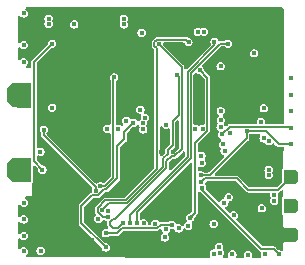
<source format=gbr>
%TF.GenerationSoftware,KiCad,Pcbnew,8.0.5*%
%TF.CreationDate,2024-10-22T15:36:18+02:00*%
%TF.ProjectId,cansatperso,63616e73-6174-4706-9572-736f2e6b6963,rev?*%
%TF.SameCoordinates,Original*%
%TF.FileFunction,Copper,L2,Inr*%
%TF.FilePolarity,Positive*%
%FSLAX46Y46*%
G04 Gerber Fmt 4.6, Leading zero omitted, Abs format (unit mm)*
G04 Created by KiCad (PCBNEW 8.0.5) date 2024-10-22 15:36:18*
%MOMM*%
%LPD*%
G01*
G04 APERTURE LIST*
G04 Aperture macros list*
%AMOutline5P*
0 Free polygon, 5 corners , with rotation*
0 The origin of the aperture is its center*
0 number of corners: always 5*
0 $1 to $10 corner X, Y*
0 $11 Rotation angle, in degrees counterclockwise*
0 create outline with 5 corners*
4,1,5,$1,$2,$3,$4,$5,$6,$7,$8,$9,$10,$1,$2,$11*%
%AMOutline6P*
0 Free polygon, 6 corners , with rotation*
0 The origin of the aperture is its center*
0 number of corners: always 6*
0 $1 to $12 corner X, Y*
0 $13 Rotation angle, in degrees counterclockwise*
0 create outline with 6 corners*
4,1,6,$1,$2,$3,$4,$5,$6,$7,$8,$9,$10,$11,$12,$1,$2,$13*%
%AMOutline7P*
0 Free polygon, 7 corners , with rotation*
0 The origin of the aperture is its center*
0 number of corners: always 7*
0 $1 to $14 corner X, Y*
0 $15 Rotation angle, in degrees counterclockwise*
0 create outline with 7 corners*
4,1,7,$1,$2,$3,$4,$5,$6,$7,$8,$9,$10,$11,$12,$13,$14,$1,$2,$15*%
%AMOutline8P*
0 Free polygon, 8 corners , with rotation*
0 The origin of the aperture is its center*
0 number of corners: always 8*
0 $1 to $16 corner X, Y*
0 $17 Rotation angle, in degrees counterclockwise*
0 create outline with 8 corners*
4,1,8,$1,$2,$3,$4,$5,$6,$7,$8,$9,$10,$11,$12,$13,$14,$15,$16,$1,$2,$17*%
%AMFreePoly0*
4,1,8,1.000000,0.600000,1.000000,-1.000000,0.000000,-1.000000,-1.000000,-1.000000,-1.000000,0.600000,-0.600000,1.000000,0.600000,1.000000,1.000000,0.600000,1.000000,0.600000,$1*%
G04 Aperture macros list end*
%TA.AperFunction,ComponentPad*%
%ADD10Outline6P,-0.600000X0.360000X-0.360000X0.600000X0.360000X0.600000X0.600000X0.360000X0.600000X-0.600000X-0.600000X-0.600000X270.000000*%
%TD*%
%TA.AperFunction,ComponentPad*%
%ADD11FreePoly0,90.000000*%
%TD*%
%TA.AperFunction,ViaPad*%
%ADD12C,0.400000*%
%TD*%
%TA.AperFunction,Conductor*%
%ADD13C,0.150000*%
%TD*%
G04 APERTURE END LIST*
D10*
%TO.N,TIM3_CHI_PWM4*%
%TO.C,REF\u002A\u002A2*%
X195660000Y-87340000D03*
%TD*%
D11*
%TO.N,GND*%
%TO.C,*%
X172680000Y-80400000D03*
%TD*%
D10*
%TO.N,+5V*%
%TO.C,REF\u002A\u002A1*%
X195660000Y-89740000D03*
%TD*%
%TO.N,GND*%
%TO.C,REF\u002A\u002A*%
X195660000Y-92190000D03*
%TD*%
D11*
%TO.N,BAT+*%
%TO.C,REF\u002A\u002A*%
X172675000Y-86705000D03*
%TD*%
D12*
%TO.N,GND*%
X189020000Y-78290000D03*
X186860000Y-77390000D03*
X186880000Y-77930000D03*
X176360000Y-93120000D03*
X176050000Y-79740000D03*
X184730000Y-85210000D03*
X176140000Y-82470000D03*
X194760000Y-76690000D03*
X195710000Y-81720000D03*
X192250000Y-88020000D03*
X182160000Y-85940000D03*
X188060000Y-80840000D03*
X191100000Y-73300000D03*
X174140000Y-76740000D03*
X182600000Y-73300000D03*
X189650000Y-79120000D03*
X190880000Y-79060000D03*
X175390000Y-93170000D03*
X194680000Y-91940000D03*
X180900000Y-73300000D03*
X185500000Y-89530000D03*
X183680000Y-78680000D03*
X178400000Y-90820000D03*
X173080000Y-74720000D03*
X186810000Y-92670000D03*
X182750000Y-85180000D03*
X194760000Y-85190000D03*
X186380000Y-89540000D03*
X183870000Y-86560000D03*
X185770000Y-86240000D03*
X177800000Y-79760000D03*
X175330000Y-93790000D03*
X182730000Y-75760000D03*
X179340000Y-84110000D03*
X191820000Y-87500000D03*
X192290000Y-91270000D03*
X177500000Y-73300000D03*
X188800000Y-87800000D03*
X174340000Y-78550000D03*
X183840000Y-85180000D03*
X179390000Y-79780000D03*
X175330000Y-92590000D03*
X183670000Y-77690000D03*
X187970000Y-90257500D03*
X178860000Y-92680000D03*
X187700000Y-73300000D03*
X184670000Y-89530000D03*
X184040000Y-93547500D03*
X182700000Y-93770000D03*
X194580000Y-91267500D03*
X189400000Y-73300000D03*
X174340000Y-80170000D03*
X178930000Y-93810000D03*
X189690000Y-80400000D03*
X182750000Y-86610000D03*
X179200000Y-73300000D03*
X181370000Y-87230000D03*
X192770000Y-77880000D03*
X178130000Y-84070000D03*
X181450000Y-79430000D03*
X192420000Y-91820000D03*
%TO.N,+3.3V*%
X187000000Y-91430000D03*
%TO.N,GND*%
X174400000Y-90095000D03*
X183600000Y-79750000D03*
X191330000Y-77620000D03*
X185670000Y-85170000D03*
X181840000Y-86720000D03*
X194760000Y-80090000D03*
X181000000Y-93770000D03*
X177480000Y-92630000D03*
X184300000Y-73300000D03*
X177600000Y-93770000D03*
X186000000Y-73300000D03*
X188010000Y-79360000D03*
X192600000Y-87500000D03*
%TO.N,+3.3V*%
X193380000Y-84040000D03*
X190050000Y-89495521D03*
X189750000Y-81710000D03*
X193800000Y-86700000D03*
X189950000Y-84530000D03*
X187800000Y-75020000D03*
X190420521Y-89010521D03*
X190070000Y-85070000D03*
X193830000Y-84270000D03*
X195710000Y-80320000D03*
X173070000Y-76130000D03*
X186180000Y-91660000D03*
X188320000Y-75010000D03*
X185110000Y-91730000D03*
X181090000Y-83220000D03*
X192570000Y-76830000D03*
X183050000Y-75090000D03*
X193816587Y-87131306D03*
X181740000Y-82530000D03*
X193150000Y-82610000D03*
X185020000Y-92422500D03*
X180140000Y-83220000D03*
%TO.N,NRST*%
X173080000Y-93590000D03*
X179380000Y-90850660D03*
%TO.N,USART3_RX*%
X180000000Y-93270000D03*
X182345000Y-82715000D03*
%TO.N,SDDETECT*%
X193396250Y-81483750D03*
X184190000Y-91260000D03*
%TO.N,VIN*%
X175470000Y-81450000D03*
X182950430Y-81600789D03*
X174480000Y-85147500D03*
%TO.N,+5V*%
X177340000Y-74380000D03*
X189147500Y-91280000D03*
X193490000Y-93810000D03*
X181560000Y-74390000D03*
X173070000Y-73460000D03*
X181541494Y-73890340D03*
X175170000Y-73890000D03*
X175170000Y-74330000D03*
X194280000Y-88840000D03*
X194280000Y-89310000D03*
X195710000Y-78920000D03*
%TO.N,ADC1_IN3_VBAT*%
X174770000Y-83300000D03*
X179180000Y-88470000D03*
%TO.N,ADC1_IN2_CURR*%
X180720000Y-78872500D03*
X179541191Y-88089171D03*
%TO.N,I2C3_SDA_ACCEL*%
X185110000Y-82870000D03*
X195710000Y-83120000D03*
X189860000Y-83705000D03*
%TO.N,I2C3_SCL_ACCEL*%
X188090000Y-87150000D03*
X191937000Y-83410000D03*
X195710000Y-84520000D03*
%TO.N,3.3VEN*%
X189655249Y-93721215D03*
X189160000Y-93790000D03*
X189740000Y-77920000D03*
X190530166Y-83559834D03*
X189610000Y-93200000D03*
%TO.N,SPI1_CS_SD*%
X182650000Y-91240000D03*
X190330000Y-76010000D03*
%TO.N,SPI1_MISO_SD*%
X181480000Y-91210000D03*
X184510000Y-76050000D03*
%TO.N,SPI1_SCK_SD*%
X180225170Y-90704168D03*
X187020000Y-75880000D03*
%TO.N,SPI1_MOSI_SD*%
X189220000Y-75840000D03*
X182060000Y-91220000D03*
%TO.N,USART1_RX_GPS*%
X189730000Y-83060000D03*
X183132230Y-82772331D03*
%TO.N,USART1_TX_GPS*%
X183185000Y-83269541D03*
X189760000Y-82490000D03*
%TO.N,LPUART1_RX_RADIO*%
X186065000Y-78680000D03*
X179690000Y-90100000D03*
%TO.N,LPUART1_TX_RADIO*%
X187160000Y-90760000D03*
X187976943Y-78256943D03*
%TO.N,GPIO_EXTI1*%
X173070000Y-77580000D03*
X183230000Y-91230000D03*
%TO.N,SWO*%
X183310000Y-82305000D03*
X173090000Y-89490000D03*
%TO.N,SWDIO*%
X188230000Y-83220000D03*
X173070000Y-92300000D03*
%TO.N,SWCLK{slash}I2C1_SDA*%
X173070000Y-90900000D03*
X187585000Y-83220000D03*
%TO.N,TIM3_CHI_PWM4*%
X188120000Y-87730000D03*
%TO.N,USART3_TX*%
X185620000Y-91330000D03*
X180020000Y-92060000D03*
%TO.N,D+*%
X193220000Y-89955000D03*
X188120000Y-85490000D03*
%TO.N,D-*%
X190860000Y-90540000D03*
X188150000Y-86110000D03*
%TO.N,BAT+*%
X174650000Y-86680000D03*
X175470000Y-76026000D03*
%TO.N,PWEN*%
X188180000Y-88240000D03*
X194690000Y-93860000D03*
%TO.N,USBD+*%
X192060000Y-93870000D03*
%TO.N,USBD-*%
X190740000Y-93860000D03*
%TO.N,ADC2_IN17*%
X180190000Y-90150000D03*
X174500000Y-93530000D03*
%TD*%
D13*
%TO.N,LPUART1_TX_RADIO*%
X187580000Y-90340000D02*
X187160000Y-90760000D01*
X188605000Y-83375331D02*
X187580000Y-84400331D01*
X187580000Y-84400331D02*
X187580000Y-90340000D01*
X188605000Y-78885000D02*
X188605000Y-83375331D01*
X187976943Y-78256943D02*
X188605000Y-78885000D01*
%TO.N,LPUART1_RX_RADIO*%
X180250000Y-89540000D02*
X179690000Y-90100000D01*
X181796446Y-89540000D02*
X180250000Y-89540000D01*
X184895000Y-86441446D02*
X181796446Y-89540000D01*
X184895000Y-85725331D02*
X184895000Y-86441446D01*
X185295000Y-85014669D02*
X185295000Y-85325331D01*
X185680000Y-84629669D02*
X185295000Y-85014669D01*
X185665000Y-82935000D02*
X185680000Y-82950000D01*
X185665000Y-82564669D02*
X185665000Y-82935000D01*
X186190000Y-82039669D02*
X185665000Y-82564669D01*
X186190000Y-78805000D02*
X186190000Y-82039669D01*
X186065000Y-78680000D02*
X186190000Y-78805000D01*
X185680000Y-82950000D02*
X185680000Y-84629669D01*
X185295000Y-85325331D02*
X184895000Y-85725331D01*
%TO.N,USART3_RX*%
X180995000Y-84695000D02*
X181580000Y-84110000D01*
X180995000Y-87418554D02*
X180995000Y-84695000D01*
X179395000Y-88845000D02*
X179895000Y-88345000D01*
X177950000Y-91220000D02*
X177950000Y-89770000D01*
X177950000Y-89770000D02*
X178875000Y-88845000D01*
X180068554Y-88345000D02*
X180995000Y-87418554D01*
X181580000Y-83480000D02*
X182345000Y-82715000D01*
X181580000Y-84110000D02*
X181580000Y-83480000D01*
X178875000Y-88845000D02*
X179395000Y-88845000D01*
X179895000Y-88345000D02*
X180068554Y-88345000D01*
X180000000Y-93270000D02*
X177950000Y-91220000D01*
%TO.N,ADC1_IN3_VBAT*%
X179180000Y-88190000D02*
X174770000Y-83780000D01*
X179180000Y-88470000D02*
X179180000Y-88190000D01*
X174770000Y-83780000D02*
X174770000Y-83300000D01*
%TO.N,ADC1_IN2_CURR*%
X179541191Y-88089171D02*
X179970829Y-88089171D01*
X180660000Y-87400000D02*
X180660000Y-78932500D01*
X180660000Y-78932500D02*
X180720000Y-78872500D01*
X179970829Y-88089171D02*
X180660000Y-87400000D01*
%TO.N,I2C3_SDA_ACCEL*%
X195625000Y-83035000D02*
X195710000Y-83120000D01*
X189860000Y-83705000D02*
X189860000Y-83699669D01*
X189860000Y-83699669D02*
X190524669Y-83035000D01*
X190524669Y-83035000D02*
X195625000Y-83035000D01*
%TO.N,I2C3_SCL_ACCEL*%
X191937000Y-83410000D02*
X193550000Y-83410000D01*
X188820331Y-87150000D02*
X191937000Y-84033331D01*
X191937000Y-84033331D02*
X191937000Y-83410000D01*
X188090000Y-87150000D02*
X188820331Y-87150000D01*
X193550000Y-83410000D02*
X194660000Y-84520000D01*
X194660000Y-84520000D02*
X195710000Y-84520000D01*
%TO.N,SPI1_CS_SD*%
X187210000Y-78493554D02*
X187210000Y-85720000D01*
X189693554Y-76010000D02*
X187210000Y-78493554D01*
X190330000Y-76010000D02*
X189693554Y-76010000D01*
X187210000Y-85720000D02*
X182650000Y-90280000D01*
X182650000Y-90280000D02*
X182650000Y-91240000D01*
%TO.N,SPI1_MISO_SD*%
X185145000Y-86545000D02*
X185145000Y-85981115D01*
X181085000Y-91605000D02*
X180604669Y-91605000D01*
X180385000Y-91385331D02*
X180385000Y-91074669D01*
X181480000Y-91210000D02*
X181085000Y-91605000D01*
X180604669Y-91605000D02*
X180385000Y-91385331D01*
X185145000Y-85981115D02*
X185581115Y-85545000D01*
X186440000Y-84930331D02*
X186440000Y-77980000D01*
X186440000Y-77980000D02*
X184510000Y-76050000D01*
X185825331Y-85545000D02*
X186440000Y-84930331D01*
X185581115Y-85545000D02*
X185825331Y-85545000D01*
X180835000Y-90855000D02*
X185145000Y-86545000D01*
X180604669Y-90855000D02*
X180835000Y-90855000D01*
X180385000Y-91074669D02*
X180604669Y-90855000D01*
%TO.N,SPI1_SCK_SD*%
X180225170Y-90704168D02*
X179763837Y-90704168D01*
X179969669Y-89290000D02*
X181692892Y-89290000D01*
X179315000Y-90255331D02*
X179315000Y-89944669D01*
X184135000Y-76205331D02*
X184135000Y-75894669D01*
X179763837Y-90704168D02*
X179315000Y-90255331D01*
X184354669Y-86628223D02*
X184354669Y-76425000D01*
X179315000Y-89944669D02*
X179969669Y-89290000D01*
X186815000Y-75675000D02*
X187020000Y-75880000D01*
X184354669Y-76425000D02*
X184135000Y-76205331D01*
X184135000Y-75894669D02*
X184354669Y-75675000D01*
X181692892Y-89290000D02*
X184354669Y-86628223D01*
X184354669Y-75675000D02*
X186815000Y-75675000D01*
%TO.N,SPI1_MOSI_SD*%
X186960000Y-78390000D02*
X186960000Y-85600000D01*
X189220000Y-75840000D02*
X189220000Y-76130000D01*
X186960000Y-85600000D02*
X182060000Y-90500000D01*
X189220000Y-76130000D02*
X186960000Y-78390000D01*
X182060000Y-90500000D02*
X182060000Y-91220000D01*
%TO.N,TIM3_CHI_PWM4*%
X191124669Y-87425000D02*
X192094669Y-88395000D01*
X194605000Y-88395000D02*
X195660000Y-87340000D01*
X188425000Y-87425000D02*
X191124669Y-87425000D01*
X188120000Y-87730000D02*
X188425000Y-87425000D01*
X192094669Y-88395000D02*
X194605000Y-88395000D01*
%TO.N,USART3_TX*%
X180983554Y-92060000D02*
X181408554Y-91635000D01*
X181408554Y-91635000D02*
X184345331Y-91635000D01*
X184345331Y-91635000D02*
X184650331Y-91330000D01*
X180020000Y-92060000D02*
X180983554Y-92060000D01*
X184650331Y-91330000D02*
X185620000Y-91330000D01*
%TO.N,BAT+*%
X174650000Y-86680000D02*
X173950000Y-85980000D01*
X173950000Y-85980000D02*
X173950000Y-77546000D01*
X173950000Y-77546000D02*
X175470000Y-76026000D01*
%TO.N,PWEN*%
X193835331Y-93395000D02*
X193184669Y-93395000D01*
X193184669Y-93395000D02*
X188180000Y-88390331D01*
X194690000Y-93860000D02*
X194230000Y-93400000D01*
X193840331Y-93400000D02*
X193835331Y-93395000D01*
X194230000Y-93400000D02*
X193840331Y-93400000D01*
X188180000Y-88390331D02*
X188180000Y-88240000D01*
%TD*%
%TA.AperFunction,Conductor*%
%TO.N,GND*%
G36*
X195012539Y-72960185D02*
G01*
X195058294Y-73012989D01*
X195069500Y-73064500D01*
X195069500Y-78249992D01*
X195084799Y-78286928D01*
X195108511Y-78310640D01*
X195141996Y-78371963D01*
X195144830Y-78398437D01*
X195140814Y-82685616D01*
X195121067Y-82752637D01*
X195068220Y-82798343D01*
X195016814Y-82809500D01*
X193618457Y-82809500D01*
X193551418Y-82789815D01*
X193505663Y-82737011D01*
X193495719Y-82667853D01*
X193495984Y-82666103D01*
X193504869Y-82610003D01*
X193504869Y-82609997D01*
X193487501Y-82500341D01*
X193482232Y-82490000D01*
X193437095Y-82401413D01*
X193437092Y-82401410D01*
X193437090Y-82401407D01*
X193358592Y-82322909D01*
X193358588Y-82322906D01*
X193358587Y-82322905D01*
X193323450Y-82305002D01*
X193259658Y-82272498D01*
X193150002Y-82255131D01*
X193149998Y-82255131D01*
X193040341Y-82272498D01*
X192941414Y-82322904D01*
X192941407Y-82322909D01*
X192862909Y-82401407D01*
X192862904Y-82401414D01*
X192812498Y-82500341D01*
X192795131Y-82609997D01*
X192795131Y-82610003D01*
X192804016Y-82666103D01*
X192795061Y-82735396D01*
X192750065Y-82788848D01*
X192683313Y-82809487D01*
X192681543Y-82809500D01*
X190583966Y-82809500D01*
X190583958Y-82809499D01*
X190569524Y-82809499D01*
X190479814Y-82809499D01*
X190479811Y-82809499D01*
X190429117Y-82830499D01*
X190429113Y-82830501D01*
X190396934Y-82843828D01*
X190396933Y-82843829D01*
X190364658Y-82876105D01*
X190333499Y-82907264D01*
X190333498Y-82907265D01*
X190295632Y-82945131D01*
X190263428Y-82977335D01*
X190202104Y-83010819D01*
X190132413Y-83005834D01*
X190076479Y-82963963D01*
X190065265Y-82945954D01*
X190017095Y-82851413D01*
X190017092Y-82851410D01*
X190016536Y-82850318D01*
X190003640Y-82781649D01*
X190029916Y-82716908D01*
X190039343Y-82706339D01*
X190039419Y-82706263D01*
X190047095Y-82698587D01*
X190097500Y-82599661D01*
X190097500Y-82599659D01*
X190097501Y-82599658D01*
X190114869Y-82490002D01*
X190114869Y-82489997D01*
X190097501Y-82380341D01*
X190092776Y-82371068D01*
X190047095Y-82281413D01*
X190047092Y-82281410D01*
X190047090Y-82281407D01*
X189968592Y-82202909D01*
X189968588Y-82202906D01*
X189968587Y-82202905D01*
X189968585Y-82202904D01*
X189960695Y-82197172D01*
X189962918Y-82194110D01*
X189925701Y-82158958D01*
X189908908Y-82091136D01*
X189931448Y-82025002D01*
X189951925Y-82004234D01*
X189951687Y-82003996D01*
X190037090Y-81918592D01*
X190037095Y-81918587D01*
X190087500Y-81819661D01*
X190087500Y-81819659D01*
X190087501Y-81819658D01*
X190104869Y-81710002D01*
X190104869Y-81709997D01*
X190087501Y-81600341D01*
X190083970Y-81593411D01*
X190037095Y-81501413D01*
X190037092Y-81501410D01*
X190037090Y-81501407D01*
X190019430Y-81483747D01*
X193041381Y-81483747D01*
X193041381Y-81483752D01*
X193058748Y-81593408D01*
X193109154Y-81692335D01*
X193109159Y-81692342D01*
X193187657Y-81770840D01*
X193187660Y-81770842D01*
X193187663Y-81770845D01*
X193263281Y-81809374D01*
X193286591Y-81821251D01*
X193396248Y-81838619D01*
X193396250Y-81838619D01*
X193396252Y-81838619D01*
X193505908Y-81821251D01*
X193505909Y-81821250D01*
X193505911Y-81821250D01*
X193604837Y-81770845D01*
X193683345Y-81692337D01*
X193733750Y-81593411D01*
X193733750Y-81593409D01*
X193733751Y-81593408D01*
X193751119Y-81483752D01*
X193751119Y-81483747D01*
X193733751Y-81374091D01*
X193724090Y-81355131D01*
X193683345Y-81275163D01*
X193683342Y-81275160D01*
X193683340Y-81275157D01*
X193604842Y-81196659D01*
X193604838Y-81196656D01*
X193604837Y-81196655D01*
X193600993Y-81194696D01*
X193505908Y-81146248D01*
X193396252Y-81128881D01*
X193396248Y-81128881D01*
X193286591Y-81146248D01*
X193187664Y-81196654D01*
X193187657Y-81196659D01*
X193109159Y-81275157D01*
X193109154Y-81275164D01*
X193058748Y-81374091D01*
X193041381Y-81483747D01*
X190019430Y-81483747D01*
X189958592Y-81422909D01*
X189958588Y-81422906D01*
X189958587Y-81422905D01*
X189954743Y-81420946D01*
X189859658Y-81372498D01*
X189750002Y-81355131D01*
X189749998Y-81355131D01*
X189640341Y-81372498D01*
X189541414Y-81422904D01*
X189541407Y-81422909D01*
X189462909Y-81501407D01*
X189462904Y-81501414D01*
X189412498Y-81600341D01*
X189395131Y-81709997D01*
X189395131Y-81710002D01*
X189412498Y-81819658D01*
X189462904Y-81918585D01*
X189462909Y-81918592D01*
X189541407Y-81997090D01*
X189541410Y-81997092D01*
X189541413Y-81997095D01*
X189541415Y-81997096D01*
X189549305Y-82002828D01*
X189547076Y-82005895D01*
X189584267Y-82040988D01*
X189601094Y-82108801D01*
X189578586Y-82174946D01*
X189558073Y-82195764D01*
X189558313Y-82196004D01*
X189472909Y-82281407D01*
X189472904Y-82281414D01*
X189422498Y-82380341D01*
X189405131Y-82489997D01*
X189405131Y-82490002D01*
X189422498Y-82599658D01*
X189473463Y-82699682D01*
X189486359Y-82768351D01*
X189460082Y-82833091D01*
X189450662Y-82843654D01*
X189442910Y-82851405D01*
X189442904Y-82851414D01*
X189392498Y-82950341D01*
X189375131Y-83059997D01*
X189375131Y-83060002D01*
X189392498Y-83169658D01*
X189442904Y-83268585D01*
X189442909Y-83268592D01*
X189521409Y-83347092D01*
X189528835Y-83352487D01*
X189571503Y-83407814D01*
X189577485Y-83477428D01*
X189566439Y-83509102D01*
X189522498Y-83595341D01*
X189505131Y-83704997D01*
X189505131Y-83705002D01*
X189522498Y-83814658D01*
X189572904Y-83913585D01*
X189572909Y-83913592D01*
X189651407Y-83992090D01*
X189651410Y-83992092D01*
X189651413Y-83992095D01*
X189726929Y-84030572D01*
X189777724Y-84078545D01*
X189794520Y-84146366D01*
X189771983Y-84212501D01*
X189743520Y-84241374D01*
X189741409Y-84242907D01*
X189662909Y-84321407D01*
X189662904Y-84321414D01*
X189612498Y-84420341D01*
X189595131Y-84529997D01*
X189595131Y-84530002D01*
X189612498Y-84639658D01*
X189662904Y-84738585D01*
X189662909Y-84738592D01*
X189720154Y-84795837D01*
X189753639Y-84857160D01*
X189748655Y-84926852D01*
X189742960Y-84939809D01*
X189732498Y-84960342D01*
X189715131Y-85069997D01*
X189715131Y-85070002D01*
X189732498Y-85179658D01*
X189782904Y-85278585D01*
X189782909Y-85278592D01*
X189861407Y-85357090D01*
X189861410Y-85357092D01*
X189861413Y-85357095D01*
X189960339Y-85407500D01*
X189964778Y-85408203D01*
X190027914Y-85438129D01*
X190064848Y-85497439D01*
X190063854Y-85567302D01*
X190033067Y-85618358D01*
X188763245Y-86888181D01*
X188701922Y-86921666D01*
X188675564Y-86924500D01*
X188411545Y-86924500D01*
X188344506Y-86904815D01*
X188323864Y-86888181D01*
X188298592Y-86862909D01*
X188298588Y-86862906D01*
X188298587Y-86862905D01*
X188259670Y-86843076D01*
X188199658Y-86812498D01*
X188090002Y-86795131D01*
X188089998Y-86795131D01*
X187980340Y-86812499D01*
X187971063Y-86815514D01*
X187970137Y-86812664D01*
X187917100Y-86822613D01*
X187852365Y-86796323D01*
X187812120Y-86739208D01*
X187805500Y-86699235D01*
X187805500Y-86530192D01*
X187825185Y-86463153D01*
X187877989Y-86417398D01*
X187947147Y-86407454D01*
X187985790Y-86419706D01*
X188040339Y-86447500D01*
X188040340Y-86447500D01*
X188040342Y-86447501D01*
X188149998Y-86464869D01*
X188150000Y-86464869D01*
X188150002Y-86464869D01*
X188259658Y-86447501D01*
X188259659Y-86447500D01*
X188259661Y-86447500D01*
X188358587Y-86397095D01*
X188437095Y-86318587D01*
X188487500Y-86219661D01*
X188487500Y-86219659D01*
X188487501Y-86219658D01*
X188504869Y-86110002D01*
X188504869Y-86109997D01*
X188487501Y-86000341D01*
X188454106Y-85934799D01*
X188437095Y-85901413D01*
X188437092Y-85901410D01*
X188437090Y-85901407D01*
X188408363Y-85872680D01*
X188374878Y-85811357D01*
X188379862Y-85741665D01*
X188402118Y-85707039D01*
X188401356Y-85706486D01*
X188407089Y-85698592D01*
X188407095Y-85698587D01*
X188457500Y-85599661D01*
X188457500Y-85599659D01*
X188457501Y-85599658D01*
X188474869Y-85490002D01*
X188474869Y-85489997D01*
X188457501Y-85380341D01*
X188445654Y-85357090D01*
X188407095Y-85281413D01*
X188407092Y-85281410D01*
X188407090Y-85281407D01*
X188328592Y-85202909D01*
X188328588Y-85202906D01*
X188328587Y-85202905D01*
X188279516Y-85177902D01*
X188229658Y-85152498D01*
X188120002Y-85135131D01*
X188119998Y-85135131D01*
X188010342Y-85152498D01*
X187996728Y-85159435D01*
X187985792Y-85165007D01*
X187917124Y-85177902D01*
X187852384Y-85151624D01*
X187812128Y-85094517D01*
X187805500Y-85054521D01*
X187805500Y-84545097D01*
X187825185Y-84478058D01*
X187841815Y-84457420D01*
X188715294Y-83583940D01*
X188715297Y-83583939D01*
X188732735Y-83566501D01*
X188732736Y-83566501D01*
X188796170Y-83503067D01*
X188808140Y-83474169D01*
X188830501Y-83420186D01*
X188830501Y-83330476D01*
X188830501Y-83320487D01*
X188830500Y-83320473D01*
X188830500Y-78944297D01*
X188830501Y-78944288D01*
X188830501Y-78840147D01*
X188830500Y-78840144D01*
X188807395Y-78784363D01*
X188796170Y-78757264D01*
X188732736Y-78693830D01*
X188732734Y-78693829D01*
X188725668Y-78686763D01*
X188725668Y-78686762D01*
X188725664Y-78686759D01*
X188367069Y-78328164D01*
X188333584Y-78266841D01*
X188332277Y-78259880D01*
X188314444Y-78147285D01*
X188314443Y-78147283D01*
X188314443Y-78147282D01*
X188264038Y-78048356D01*
X188264035Y-78048353D01*
X188264033Y-78048350D01*
X188206751Y-77991068D01*
X188173266Y-77929745D01*
X188173963Y-77919997D01*
X189385131Y-77919997D01*
X189385131Y-77920002D01*
X189402498Y-78029658D01*
X189452904Y-78128585D01*
X189452909Y-78128592D01*
X189531407Y-78207090D01*
X189531410Y-78207092D01*
X189531413Y-78207095D01*
X189589966Y-78236929D01*
X189630341Y-78257501D01*
X189739998Y-78274869D01*
X189740000Y-78274869D01*
X189740002Y-78274869D01*
X189849658Y-78257501D01*
X189849659Y-78257500D01*
X189849661Y-78257500D01*
X189948587Y-78207095D01*
X190027095Y-78128587D01*
X190077500Y-78029661D01*
X190077500Y-78029659D01*
X190077501Y-78029658D01*
X190094869Y-77920002D01*
X190094869Y-77919997D01*
X190077501Y-77810341D01*
X190062938Y-77781759D01*
X190027095Y-77711413D01*
X190027092Y-77711410D01*
X190027090Y-77711407D01*
X189948592Y-77632909D01*
X189948588Y-77632906D01*
X189948587Y-77632905D01*
X189894403Y-77605297D01*
X189849658Y-77582498D01*
X189740002Y-77565131D01*
X189739998Y-77565131D01*
X189630341Y-77582498D01*
X189531414Y-77632904D01*
X189531407Y-77632909D01*
X189452909Y-77711407D01*
X189452904Y-77711414D01*
X189402498Y-77810341D01*
X189385131Y-77919997D01*
X188173963Y-77919997D01*
X188178250Y-77860053D01*
X188206749Y-77815708D01*
X189192461Y-76829997D01*
X192215131Y-76829997D01*
X192215131Y-76830002D01*
X192232498Y-76939658D01*
X192282904Y-77038585D01*
X192282909Y-77038592D01*
X192361407Y-77117090D01*
X192361410Y-77117092D01*
X192361413Y-77117095D01*
X192460339Y-77167500D01*
X192460341Y-77167501D01*
X192569998Y-77184869D01*
X192570000Y-77184869D01*
X192570002Y-77184869D01*
X192679658Y-77167501D01*
X192679659Y-77167500D01*
X192679661Y-77167500D01*
X192778587Y-77117095D01*
X192857095Y-77038587D01*
X192907500Y-76939661D01*
X192907500Y-76939659D01*
X192907501Y-76939658D01*
X192924869Y-76830002D01*
X192924869Y-76829997D01*
X192907501Y-76720341D01*
X192868972Y-76644723D01*
X192857095Y-76621413D01*
X192857092Y-76621410D01*
X192857090Y-76621407D01*
X192778592Y-76542909D01*
X192778588Y-76542906D01*
X192778587Y-76542905D01*
X192730503Y-76518405D01*
X192679658Y-76492498D01*
X192570002Y-76475131D01*
X192569998Y-76475131D01*
X192460341Y-76492498D01*
X192361414Y-76542904D01*
X192361407Y-76542909D01*
X192282909Y-76621407D01*
X192282904Y-76621414D01*
X192232498Y-76720341D01*
X192215131Y-76829997D01*
X189192461Y-76829997D01*
X189750640Y-76271819D01*
X189811963Y-76238334D01*
X189838321Y-76235500D01*
X190008455Y-76235500D01*
X190075494Y-76255185D01*
X190096136Y-76271819D01*
X190121407Y-76297090D01*
X190121410Y-76297092D01*
X190121413Y-76297095D01*
X190201427Y-76337864D01*
X190220341Y-76347501D01*
X190329998Y-76364869D01*
X190330000Y-76364869D01*
X190330002Y-76364869D01*
X190439658Y-76347501D01*
X190439659Y-76347500D01*
X190439661Y-76347500D01*
X190538587Y-76297095D01*
X190617095Y-76218587D01*
X190667500Y-76119661D01*
X190667500Y-76119659D01*
X190667501Y-76119658D01*
X190684869Y-76010002D01*
X190684869Y-76009997D01*
X190667501Y-75900341D01*
X190638236Y-75842905D01*
X190617095Y-75801413D01*
X190617092Y-75801410D01*
X190617090Y-75801407D01*
X190538592Y-75722909D01*
X190538588Y-75722906D01*
X190538587Y-75722905D01*
X190526593Y-75716794D01*
X190439658Y-75672498D01*
X190330002Y-75655131D01*
X190329998Y-75655131D01*
X190220341Y-75672498D01*
X190121414Y-75722904D01*
X190121407Y-75722909D01*
X190096136Y-75748181D01*
X190034813Y-75781666D01*
X190008455Y-75784500D01*
X189752851Y-75784500D01*
X189752843Y-75784499D01*
X189738409Y-75784499D01*
X189661083Y-75784499D01*
X189594044Y-75764814D01*
X189550599Y-75716795D01*
X189507095Y-75631413D01*
X189507093Y-75631411D01*
X189507090Y-75631407D01*
X189428592Y-75552909D01*
X189428588Y-75552906D01*
X189428587Y-75552905D01*
X189408162Y-75542498D01*
X189329658Y-75502498D01*
X189220002Y-75485131D01*
X189219998Y-75485131D01*
X189110341Y-75502498D01*
X189011414Y-75552904D01*
X189011407Y-75552909D01*
X188932909Y-75631407D01*
X188932904Y-75631414D01*
X188882498Y-75730341D01*
X188865131Y-75839997D01*
X188865131Y-75840002D01*
X188882498Y-75949657D01*
X188882499Y-75949660D01*
X188882500Y-75949661D01*
X188885537Y-75955621D01*
X188908748Y-76001176D01*
X188921643Y-76069845D01*
X188895366Y-76134585D01*
X188885943Y-76145150D01*
X186877181Y-78153913D01*
X186815858Y-78187398D01*
X186746166Y-78182414D01*
X186690233Y-78140542D01*
X186665816Y-78075078D01*
X186665500Y-78066232D01*
X186665500Y-77935146D01*
X186665498Y-77935141D01*
X186665385Y-77934869D01*
X186657721Y-77916365D01*
X186631172Y-77852266D01*
X186560671Y-77781765D01*
X186560664Y-77781759D01*
X184900126Y-76121221D01*
X184866641Y-76059898D01*
X184865332Y-76052927D01*
X184863901Y-76043887D01*
X184872862Y-75974595D01*
X184917863Y-75921147D01*
X184984616Y-75900512D01*
X184986376Y-75900500D01*
X186563438Y-75900500D01*
X186630477Y-75920185D01*
X186676232Y-75972989D01*
X186681366Y-75986173D01*
X186682498Y-75989657D01*
X186732904Y-76088585D01*
X186732909Y-76088592D01*
X186811407Y-76167090D01*
X186811410Y-76167092D01*
X186811413Y-76167095D01*
X186910339Y-76217500D01*
X186910341Y-76217501D01*
X187019998Y-76234869D01*
X187020000Y-76234869D01*
X187020002Y-76234869D01*
X187129658Y-76217501D01*
X187129659Y-76217500D01*
X187129661Y-76217500D01*
X187228587Y-76167095D01*
X187307095Y-76088587D01*
X187357500Y-75989661D01*
X187357500Y-75989659D01*
X187357501Y-75989658D01*
X187374869Y-75880002D01*
X187374869Y-75879997D01*
X187357501Y-75770341D01*
X187333331Y-75722904D01*
X187307095Y-75671413D01*
X187307092Y-75671410D01*
X187307090Y-75671407D01*
X187228592Y-75592909D01*
X187228588Y-75592906D01*
X187228587Y-75592905D01*
X187129661Y-75542500D01*
X187129660Y-75542499D01*
X187129657Y-75542498D01*
X187129658Y-75542498D01*
X187017063Y-75524665D01*
X186953928Y-75494735D01*
X186948780Y-75489873D01*
X186942737Y-75483830D01*
X186918457Y-75473772D01*
X186918457Y-75473771D01*
X186859858Y-75449500D01*
X186859856Y-75449499D01*
X186859855Y-75449499D01*
X186770145Y-75449499D01*
X186755711Y-75449499D01*
X186755703Y-75449500D01*
X184413966Y-75449500D01*
X184413958Y-75449499D01*
X184399524Y-75449499D01*
X184309814Y-75449499D01*
X184309812Y-75449499D01*
X184275482Y-75463719D01*
X184251208Y-75473774D01*
X184251206Y-75473774D01*
X184226933Y-75483829D01*
X184079356Y-75631407D01*
X184007265Y-75703498D01*
X184007264Y-75703499D01*
X183987859Y-75722904D01*
X183943828Y-75766934D01*
X183940226Y-75775633D01*
X183940225Y-75775637D01*
X183909499Y-75849813D01*
X183909499Y-75953957D01*
X183909500Y-75953966D01*
X183909500Y-76150473D01*
X183909499Y-76150487D01*
X183909499Y-76250184D01*
X183909500Y-76250189D01*
X183933772Y-76308788D01*
X183943829Y-76333066D01*
X183943830Y-76333067D01*
X184007264Y-76396501D01*
X184007265Y-76396501D01*
X184024705Y-76413941D01*
X184092850Y-76482086D01*
X184126335Y-76543409D01*
X184129169Y-76569767D01*
X184129169Y-86483456D01*
X184109484Y-86550495D01*
X184092850Y-86571137D01*
X181635806Y-89028181D01*
X181574483Y-89061666D01*
X181548125Y-89064500D01*
X180028966Y-89064500D01*
X180028958Y-89064499D01*
X180014524Y-89064499D01*
X179924815Y-89064499D01*
X179924812Y-89064499D01*
X179886185Y-89080500D01*
X179886184Y-89080500D01*
X179841935Y-89098827D01*
X179123830Y-89816932D01*
X179123830Y-89816934D01*
X179089499Y-89899813D01*
X179089499Y-90003957D01*
X179089500Y-90003966D01*
X179089500Y-90200473D01*
X179089499Y-90200487D01*
X179089499Y-90210476D01*
X179089499Y-90300186D01*
X179109842Y-90349297D01*
X179109843Y-90349301D01*
X179109844Y-90349301D01*
X179123828Y-90383065D01*
X179150189Y-90409426D01*
X179183674Y-90470749D01*
X179178690Y-90540441D01*
X179150189Y-90584788D01*
X179092909Y-90642067D01*
X179092904Y-90642074D01*
X179042498Y-90741001D01*
X179025131Y-90850657D01*
X179025131Y-90850662D01*
X179042498Y-90960318D01*
X179073625Y-91021407D01*
X179092904Y-91059246D01*
X179092909Y-91059252D01*
X179171407Y-91137750D01*
X179171410Y-91137752D01*
X179171413Y-91137755D01*
X179257017Y-91181372D01*
X179270341Y-91188161D01*
X179379998Y-91205529D01*
X179380000Y-91205529D01*
X179380002Y-91205529D01*
X179489658Y-91188161D01*
X179489659Y-91188160D01*
X179489661Y-91188160D01*
X179588587Y-91137755D01*
X179667095Y-91059247D01*
X179698621Y-90997372D01*
X179746594Y-90946578D01*
X179809105Y-90929668D01*
X179903625Y-90929668D01*
X179970664Y-90949353D01*
X179991306Y-90965987D01*
X180016577Y-90991258D01*
X180016583Y-90991263D01*
X180091795Y-91029585D01*
X180142590Y-91077558D01*
X180159500Y-91140069D01*
X180159500Y-91330473D01*
X180159499Y-91330487D01*
X180159499Y-91430188D01*
X180181895Y-91484255D01*
X180193829Y-91513065D01*
X180200428Y-91522941D01*
X180221306Y-91589619D01*
X180202822Y-91656999D01*
X180150843Y-91703689D01*
X180081873Y-91714865D01*
X180077929Y-91714306D01*
X180057157Y-91711016D01*
X180020000Y-91705131D01*
X180019998Y-91705131D01*
X180019997Y-91705131D01*
X179910341Y-91722498D01*
X179811414Y-91772904D01*
X179811407Y-91772909D01*
X179732909Y-91851407D01*
X179732904Y-91851414D01*
X179682498Y-91950341D01*
X179665131Y-92059997D01*
X179665131Y-92060002D01*
X179682498Y-92169658D01*
X179732904Y-92268585D01*
X179732909Y-92268592D01*
X179811407Y-92347090D01*
X179811410Y-92347092D01*
X179811413Y-92347095D01*
X179910339Y-92397500D01*
X179910341Y-92397501D01*
X180019998Y-92414869D01*
X180020000Y-92414869D01*
X180020002Y-92414869D01*
X180129658Y-92397501D01*
X180129659Y-92397500D01*
X180129661Y-92397500D01*
X180228587Y-92347095D01*
X180228592Y-92347090D01*
X180253864Y-92321819D01*
X180315187Y-92288334D01*
X180341545Y-92285500D01*
X180924257Y-92285500D01*
X180924265Y-92285501D01*
X180938699Y-92285501D01*
X181028408Y-92285501D01*
X181028409Y-92285501D01*
X181099296Y-92256138D01*
X181111290Y-92251170D01*
X181174724Y-92187736D01*
X181174724Y-92187735D01*
X181192160Y-92170299D01*
X181192161Y-92170296D01*
X181465641Y-91896816D01*
X181526963Y-91863334D01*
X181553321Y-91860500D01*
X184286034Y-91860500D01*
X184286042Y-91860501D01*
X184300476Y-91860501D01*
X184390185Y-91860501D01*
X184390186Y-91860501D01*
X184453287Y-91834363D01*
X184473067Y-91826170D01*
X184536501Y-91762736D01*
X184536501Y-91762735D01*
X184553939Y-91745297D01*
X184553940Y-91745294D01*
X184557631Y-91741603D01*
X184618952Y-91708120D01*
X184688644Y-91713104D01*
X184744577Y-91754976D01*
X184767783Y-91809886D01*
X184772499Y-91839658D01*
X184772499Y-91839659D01*
X184772500Y-91839661D01*
X184787241Y-91868592D01*
X184822904Y-91938585D01*
X184822909Y-91938592D01*
X184829402Y-91945085D01*
X184862887Y-92006408D01*
X184857903Y-92076100D01*
X184816031Y-92132033D01*
X184814609Y-92133083D01*
X184811408Y-92135408D01*
X184732909Y-92213907D01*
X184732904Y-92213914D01*
X184682498Y-92312841D01*
X184665131Y-92422497D01*
X184665131Y-92422502D01*
X184682498Y-92532158D01*
X184732904Y-92631085D01*
X184732909Y-92631092D01*
X184811407Y-92709590D01*
X184811410Y-92709592D01*
X184811413Y-92709595D01*
X184910339Y-92760000D01*
X184910341Y-92760001D01*
X185019998Y-92777369D01*
X185020000Y-92777369D01*
X185020002Y-92777369D01*
X185129658Y-92760001D01*
X185129659Y-92760000D01*
X185129661Y-92760000D01*
X185228587Y-92709595D01*
X185307095Y-92631087D01*
X185357500Y-92532161D01*
X185357500Y-92532159D01*
X185357501Y-92532158D01*
X185374869Y-92422502D01*
X185374869Y-92422497D01*
X185357501Y-92312841D01*
X185334955Y-92268592D01*
X185307095Y-92213913D01*
X185307092Y-92213910D01*
X185307090Y-92213907D01*
X185300597Y-92207414D01*
X185267112Y-92146091D01*
X185272096Y-92076399D01*
X185313968Y-92020466D01*
X185315401Y-92019409D01*
X185318580Y-92017098D01*
X185318587Y-92017095D01*
X185397095Y-91938587D01*
X185447500Y-91839661D01*
X185456240Y-91784475D01*
X185486168Y-91721344D01*
X185545479Y-91684412D01*
X185598111Y-91681402D01*
X185620000Y-91684869D01*
X185620000Y-91684868D01*
X185620001Y-91684869D01*
X185620002Y-91684869D01*
X185701480Y-91671964D01*
X185770773Y-91680918D01*
X185824225Y-91725915D01*
X185837849Y-91760905D01*
X185839482Y-91760375D01*
X185842498Y-91769657D01*
X185842499Y-91769660D01*
X185842500Y-91769661D01*
X185888785Y-91860501D01*
X185892904Y-91868585D01*
X185892909Y-91868592D01*
X185971407Y-91947090D01*
X185971410Y-91947092D01*
X185971413Y-91947095D01*
X186070339Y-91997500D01*
X186070341Y-91997501D01*
X186179998Y-92014869D01*
X186180000Y-92014869D01*
X186180002Y-92014869D01*
X186289658Y-91997501D01*
X186289659Y-91997500D01*
X186289661Y-91997500D01*
X186388587Y-91947095D01*
X186467095Y-91868587D01*
X186517500Y-91769661D01*
X186517842Y-91767501D01*
X186524069Y-91728190D01*
X186553998Y-91665055D01*
X186613309Y-91628123D01*
X186683172Y-91629121D01*
X186734223Y-91659906D01*
X186791407Y-91717090D01*
X186791410Y-91717092D01*
X186791413Y-91717095D01*
X186846763Y-91745297D01*
X186890341Y-91767501D01*
X186999998Y-91784869D01*
X187000000Y-91784869D01*
X187000002Y-91784869D01*
X187109658Y-91767501D01*
X187109659Y-91767500D01*
X187109661Y-91767500D01*
X187208587Y-91717095D01*
X187287095Y-91638587D01*
X187337500Y-91539661D01*
X187337500Y-91539659D01*
X187337501Y-91539658D01*
X187354869Y-91430002D01*
X187354869Y-91429997D01*
X187337501Y-91320341D01*
X187316945Y-91279997D01*
X188792631Y-91279997D01*
X188792631Y-91280002D01*
X188809998Y-91389658D01*
X188860404Y-91488585D01*
X188860409Y-91488592D01*
X188938907Y-91567090D01*
X188938910Y-91567092D01*
X188938913Y-91567095D01*
X189035001Y-91616054D01*
X189037841Y-91617501D01*
X189147498Y-91634869D01*
X189147500Y-91634869D01*
X189147502Y-91634869D01*
X189257158Y-91617501D01*
X189257159Y-91617500D01*
X189257161Y-91617500D01*
X189356087Y-91567095D01*
X189434595Y-91488587D01*
X189485000Y-91389661D01*
X189485000Y-91389659D01*
X189485001Y-91389658D01*
X189502369Y-91280002D01*
X189502369Y-91279997D01*
X189485001Y-91170341D01*
X189475858Y-91152397D01*
X189434595Y-91071413D01*
X189434592Y-91071410D01*
X189434590Y-91071407D01*
X189356092Y-90992909D01*
X189356088Y-90992906D01*
X189356087Y-90992905D01*
X189333183Y-90981235D01*
X189257158Y-90942498D01*
X189147502Y-90925131D01*
X189147498Y-90925131D01*
X189037841Y-90942498D01*
X188938914Y-90992904D01*
X188938907Y-90992909D01*
X188860409Y-91071407D01*
X188860404Y-91071414D01*
X188809998Y-91170341D01*
X188792631Y-91279997D01*
X187316945Y-91279997D01*
X187310283Y-91266922D01*
X187289671Y-91226470D01*
X187276776Y-91157802D01*
X187303053Y-91093062D01*
X187343861Y-91059693D01*
X187368587Y-91047095D01*
X187447095Y-90968587D01*
X187469763Y-90924096D01*
X187481881Y-90904893D01*
X187485636Y-90900000D01*
X187489060Y-90895539D01*
X187621808Y-90626395D01*
X187645331Y-90593572D01*
X187690294Y-90548610D01*
X187690297Y-90548608D01*
X187707735Y-90531170D01*
X187707736Y-90531170D01*
X187771170Y-90467736D01*
X187793322Y-90414256D01*
X187805501Y-90384854D01*
X187805501Y-90295145D01*
X187805501Y-90285156D01*
X187805500Y-90285142D01*
X187805500Y-88644907D01*
X187825185Y-88577868D01*
X187877989Y-88532113D01*
X187947147Y-88522169D01*
X187985790Y-88534420D01*
X188007833Y-88545651D01*
X188039217Y-88568454D01*
X188069700Y-88598937D01*
X188069706Y-88598942D01*
X192986428Y-93515664D01*
X192986431Y-93515668D01*
X192993499Y-93522736D01*
X193056933Y-93586170D01*
X193073268Y-93592936D01*
X193127672Y-93636774D01*
X193149740Y-93703067D01*
X193148293Y-93726895D01*
X193135131Y-93810002D01*
X193152498Y-93919658D01*
X193175871Y-93965530D01*
X193188767Y-94034200D01*
X193162490Y-94098940D01*
X193105383Y-94139196D01*
X193065168Y-94145824D01*
X192514277Y-94144857D01*
X192447273Y-94125055D01*
X192401610Y-94072170D01*
X192391788Y-94002995D01*
X192396568Y-93982527D01*
X192397496Y-93979667D01*
X192397500Y-93979661D01*
X192412837Y-93882828D01*
X192414869Y-93870002D01*
X192414869Y-93869997D01*
X192397501Y-93760341D01*
X192386416Y-93738585D01*
X192347095Y-93661413D01*
X192347092Y-93661410D01*
X192347090Y-93661407D01*
X192268592Y-93582909D01*
X192268588Y-93582906D01*
X192268587Y-93582905D01*
X192217922Y-93557090D01*
X192169658Y-93532498D01*
X192060002Y-93515131D01*
X192059998Y-93515131D01*
X191950341Y-93532498D01*
X191851414Y-93582904D01*
X191851407Y-93582909D01*
X191772909Y-93661407D01*
X191772904Y-93661414D01*
X191722498Y-93760341D01*
X191705131Y-93869997D01*
X191705131Y-93870002D01*
X191722499Y-93979662D01*
X191722916Y-93980944D01*
X191722962Y-93982588D01*
X191724026Y-93989300D01*
X191723158Y-93989437D01*
X191724911Y-94050785D01*
X191688830Y-94110618D01*
X191626128Y-94141445D01*
X191604767Y-94143261D01*
X191191546Y-94142536D01*
X191124542Y-94122734D01*
X191078879Y-94069849D01*
X191069057Y-94000674D01*
X191075836Y-93979375D01*
X191074486Y-93978937D01*
X191077498Y-93969664D01*
X191077500Y-93969661D01*
X191091191Y-93883223D01*
X191094869Y-93860002D01*
X191094869Y-93859997D01*
X191077501Y-93750341D01*
X191032397Y-93661819D01*
X191027095Y-93651413D01*
X191027092Y-93651410D01*
X191027090Y-93651407D01*
X190948592Y-93572909D01*
X190948588Y-93572906D01*
X190948587Y-93572905D01*
X190917548Y-93557090D01*
X190849658Y-93522498D01*
X190740002Y-93505131D01*
X190739998Y-93505131D01*
X190630341Y-93522498D01*
X190531414Y-93572904D01*
X190531407Y-93572909D01*
X190452909Y-93651407D01*
X190452904Y-93651414D01*
X190402498Y-93750341D01*
X190385131Y-93859997D01*
X190385131Y-93860002D01*
X190402498Y-93969657D01*
X190405414Y-93978629D01*
X190407411Y-94048470D01*
X190371332Y-94108304D01*
X190308632Y-94139133D01*
X190287266Y-94140950D01*
X190030790Y-94140500D01*
X189963786Y-94120698D01*
X189918123Y-94067813D01*
X189908301Y-93998638D01*
X189937438Y-93935133D01*
X189942110Y-93930123D01*
X189942338Y-93929807D01*
X189942344Y-93929802D01*
X189992749Y-93830876D01*
X189992749Y-93830874D01*
X189992750Y-93830873D01*
X190010118Y-93721217D01*
X190010118Y-93721212D01*
X189992750Y-93611556D01*
X189974268Y-93575283D01*
X189942344Y-93512628D01*
X189942341Y-93512625D01*
X189942339Y-93512622D01*
X189940954Y-93511237D01*
X189939807Y-93509136D01*
X189936605Y-93504729D01*
X189937174Y-93504315D01*
X189907469Y-93449914D01*
X189912453Y-93380222D01*
X189918147Y-93367268D01*
X189947500Y-93309661D01*
X189959305Y-93235131D01*
X189964869Y-93200002D01*
X189964869Y-93199997D01*
X189947501Y-93090341D01*
X189932762Y-93061414D01*
X189897095Y-92991413D01*
X189897092Y-92991410D01*
X189897090Y-92991407D01*
X189818592Y-92912909D01*
X189818588Y-92912906D01*
X189818587Y-92912905D01*
X189763302Y-92884736D01*
X189719658Y-92862498D01*
X189610002Y-92845131D01*
X189609998Y-92845131D01*
X189500341Y-92862498D01*
X189401414Y-92912904D01*
X189401407Y-92912909D01*
X189322909Y-92991407D01*
X189322904Y-92991414D01*
X189272498Y-93090341D01*
X189255131Y-93199997D01*
X189255131Y-93200003D01*
X189269734Y-93292205D01*
X189260779Y-93361498D01*
X189215783Y-93414950D01*
X189166660Y-93434075D01*
X189050341Y-93452499D01*
X188951414Y-93502904D01*
X188951407Y-93502909D01*
X188872909Y-93581407D01*
X188872904Y-93581414D01*
X188822498Y-93680341D01*
X188805131Y-93789997D01*
X188805131Y-93790002D01*
X188822498Y-93899656D01*
X188822499Y-93899659D01*
X188822500Y-93899661D01*
X188852197Y-93957946D01*
X188865093Y-94026612D01*
X188838817Y-94091353D01*
X188781710Y-94131610D01*
X188741494Y-94138238D01*
X174631923Y-94113485D01*
X174564919Y-94093683D01*
X174519256Y-94040799D01*
X174509434Y-93971623D01*
X174538571Y-93908118D01*
X174597415Y-93870447D01*
X174607653Y-93868152D01*
X174609657Y-93867501D01*
X174609658Y-93867500D01*
X174609661Y-93867500D01*
X174708587Y-93817095D01*
X174787095Y-93738587D01*
X174837500Y-93639661D01*
X174837500Y-93639659D01*
X174837501Y-93639658D01*
X174854869Y-93530002D01*
X174854869Y-93529997D01*
X174837501Y-93420341D01*
X174817059Y-93380222D01*
X174787095Y-93321413D01*
X174787092Y-93321410D01*
X174787090Y-93321407D01*
X174708592Y-93242909D01*
X174708588Y-93242906D01*
X174708587Y-93242905D01*
X174624381Y-93200000D01*
X174609658Y-93192498D01*
X174500002Y-93175131D01*
X174499998Y-93175131D01*
X174390341Y-93192498D01*
X174291414Y-93242904D01*
X174291407Y-93242909D01*
X174212909Y-93321407D01*
X174212904Y-93321414D01*
X174162498Y-93420341D01*
X174145131Y-93529997D01*
X174145131Y-93530002D01*
X174162498Y-93639658D01*
X174212904Y-93738585D01*
X174212909Y-93738592D01*
X174291407Y-93817090D01*
X174291410Y-93817092D01*
X174291413Y-93817095D01*
X174390339Y-93867500D01*
X174390340Y-93867500D01*
X174390342Y-93867501D01*
X174399625Y-93870518D01*
X174398697Y-93873372D01*
X174447417Y-93896460D01*
X174484357Y-93955766D01*
X174483370Y-94025629D01*
X174444768Y-94083867D01*
X174380809Y-94111991D01*
X174364680Y-94113016D01*
X173345352Y-94111228D01*
X173278348Y-94091426D01*
X173232685Y-94038542D01*
X173222863Y-93969366D01*
X173252000Y-93905861D01*
X173280982Y-93883223D01*
X173280695Y-93882828D01*
X173288580Y-93877098D01*
X173288587Y-93877095D01*
X173367095Y-93798587D01*
X173417500Y-93699661D01*
X173417500Y-93699659D01*
X173417501Y-93699658D01*
X173434869Y-93590002D01*
X173434869Y-93589997D01*
X173417501Y-93480341D01*
X173401998Y-93449914D01*
X173367095Y-93381413D01*
X173367092Y-93381410D01*
X173367090Y-93381407D01*
X173288592Y-93302909D01*
X173288588Y-93302906D01*
X173288587Y-93302905D01*
X173267587Y-93292205D01*
X173189658Y-93252498D01*
X173080002Y-93235131D01*
X173079998Y-93235131D01*
X172970341Y-93252498D01*
X172871414Y-93302904D01*
X172871407Y-93302909D01*
X172786004Y-93388313D01*
X172784458Y-93386767D01*
X172739489Y-93421445D01*
X172669876Y-93427424D01*
X172608080Y-93394819D01*
X172573723Y-93333981D01*
X172570500Y-93305894D01*
X172570500Y-92595545D01*
X172590185Y-92528506D01*
X172642989Y-92482751D01*
X172712147Y-92472807D01*
X172775703Y-92501832D01*
X172782181Y-92507864D01*
X172861407Y-92587090D01*
X172861410Y-92587092D01*
X172861413Y-92587095D01*
X172947749Y-92631085D01*
X172960341Y-92637501D01*
X173069998Y-92654869D01*
X173070000Y-92654869D01*
X173070002Y-92654869D01*
X173179658Y-92637501D01*
X173179659Y-92637500D01*
X173179661Y-92637500D01*
X173278587Y-92587095D01*
X173357095Y-92508587D01*
X173407500Y-92409661D01*
X173407500Y-92409659D01*
X173407501Y-92409658D01*
X173424869Y-92300002D01*
X173424869Y-92299997D01*
X173407501Y-92190341D01*
X173397289Y-92170299D01*
X173357095Y-92091413D01*
X173357092Y-92091410D01*
X173357090Y-92091407D01*
X173278592Y-92012909D01*
X173278588Y-92012906D01*
X173278587Y-92012905D01*
X173248353Y-91997500D01*
X173179658Y-91962498D01*
X173070002Y-91945131D01*
X173069998Y-91945131D01*
X172960341Y-91962498D01*
X172861414Y-92012904D01*
X172861407Y-92012909D01*
X172782181Y-92092136D01*
X172720858Y-92125621D01*
X172651166Y-92120637D01*
X172595233Y-92078765D01*
X172570816Y-92013301D01*
X172570500Y-92004455D01*
X172570500Y-91195545D01*
X172590185Y-91128506D01*
X172642989Y-91082751D01*
X172712147Y-91072807D01*
X172775703Y-91101832D01*
X172782181Y-91107864D01*
X172861407Y-91187090D01*
X172861410Y-91187092D01*
X172861413Y-91187095D01*
X172960339Y-91237500D01*
X172960341Y-91237501D01*
X173069998Y-91254869D01*
X173070000Y-91254869D01*
X173070002Y-91254869D01*
X173179658Y-91237501D01*
X173179659Y-91237500D01*
X173179661Y-91237500D01*
X173278587Y-91187095D01*
X173357095Y-91108587D01*
X173407500Y-91009661D01*
X173407500Y-91009659D01*
X173407501Y-91009658D01*
X173424869Y-90900002D01*
X173424869Y-90899997D01*
X173407501Y-90790341D01*
X173407500Y-90790339D01*
X173357095Y-90691413D01*
X173357092Y-90691410D01*
X173357090Y-90691407D01*
X173278592Y-90612909D01*
X173278588Y-90612906D01*
X173278587Y-90612905D01*
X173240316Y-90593405D01*
X173179658Y-90562498D01*
X173070002Y-90545131D01*
X173069998Y-90545131D01*
X172960341Y-90562498D01*
X172861414Y-90612904D01*
X172861407Y-90612909D01*
X172782181Y-90692136D01*
X172720858Y-90725621D01*
X172651166Y-90720637D01*
X172595233Y-90678765D01*
X172570816Y-90613301D01*
X172570500Y-90604455D01*
X172570500Y-89758962D01*
X172590185Y-89691923D01*
X172642989Y-89646168D01*
X172712147Y-89636224D01*
X172775703Y-89665249D01*
X172796178Y-89691416D01*
X172797172Y-89690695D01*
X172802909Y-89698592D01*
X172881407Y-89777090D01*
X172881410Y-89777092D01*
X172881413Y-89777095D01*
X172980339Y-89827500D01*
X172980341Y-89827501D01*
X173089998Y-89844869D01*
X173090000Y-89844869D01*
X173090002Y-89844869D01*
X173199658Y-89827501D01*
X173199659Y-89827500D01*
X173199661Y-89827500D01*
X173298587Y-89777095D01*
X173377095Y-89698587D01*
X173427500Y-89599661D01*
X173427500Y-89599659D01*
X173427501Y-89599658D01*
X173444869Y-89490002D01*
X173444869Y-89489997D01*
X173427501Y-89380341D01*
X173411033Y-89348020D01*
X173377095Y-89281413D01*
X173377092Y-89281410D01*
X173377090Y-89281407D01*
X173298592Y-89202909D01*
X173298588Y-89202906D01*
X173298587Y-89202905D01*
X173243789Y-89174984D01*
X173192993Y-89127011D01*
X173176198Y-89059190D01*
X173198735Y-88993055D01*
X173253450Y-88949603D01*
X173300084Y-88940500D01*
X173669989Y-88940500D01*
X173669991Y-88940500D01*
X173706929Y-88925200D01*
X173735200Y-88896929D01*
X173750500Y-88859991D01*
X173750500Y-88710009D01*
X173750500Y-87893280D01*
X173770185Y-87826241D01*
X173786819Y-87805599D01*
X173809666Y-87782751D01*
X173809667Y-87782750D01*
X173830500Y-87705000D01*
X173830500Y-86767860D01*
X173831097Y-86755707D01*
X173832722Y-86739208D01*
X173834590Y-86720242D01*
X173834590Y-86689758D01*
X173831097Y-86654292D01*
X173830500Y-86642139D01*
X173830500Y-86478767D01*
X173850185Y-86411728D01*
X173902989Y-86365973D01*
X173972147Y-86356029D01*
X174035703Y-86385054D01*
X174042174Y-86391079D01*
X174151240Y-86500146D01*
X174259873Y-86608779D01*
X174293358Y-86670102D01*
X174294665Y-86677062D01*
X174312498Y-86789658D01*
X174362904Y-86888585D01*
X174362909Y-86888592D01*
X174441407Y-86967090D01*
X174441410Y-86967092D01*
X174441413Y-86967095D01*
X174540339Y-87017500D01*
X174540341Y-87017501D01*
X174649998Y-87034869D01*
X174650000Y-87034869D01*
X174650002Y-87034869D01*
X174759658Y-87017501D01*
X174759659Y-87017500D01*
X174759661Y-87017500D01*
X174858587Y-86967095D01*
X174937095Y-86888587D01*
X174987500Y-86789661D01*
X174987500Y-86789659D01*
X174987501Y-86789658D01*
X175004869Y-86680002D01*
X175004869Y-86679997D01*
X174987501Y-86570341D01*
X174978702Y-86553072D01*
X174937095Y-86471413D01*
X174937092Y-86471410D01*
X174937090Y-86471407D01*
X174858592Y-86392909D01*
X174858588Y-86392906D01*
X174858587Y-86392905D01*
X174759661Y-86342500D01*
X174759660Y-86342499D01*
X174759657Y-86342498D01*
X174759659Y-86342498D01*
X174647062Y-86324665D01*
X174583927Y-86294736D01*
X174578779Y-86289873D01*
X174211819Y-85922913D01*
X174178334Y-85861590D01*
X174175500Y-85835232D01*
X174175500Y-85588073D01*
X174195185Y-85521034D01*
X174247989Y-85475279D01*
X174317147Y-85465335D01*
X174355789Y-85477586D01*
X174370339Y-85485000D01*
X174370343Y-85485000D01*
X174370344Y-85485001D01*
X174479998Y-85502369D01*
X174480000Y-85502369D01*
X174480002Y-85502369D01*
X174589658Y-85485001D01*
X174589659Y-85485000D01*
X174589661Y-85485000D01*
X174688587Y-85434595D01*
X174767095Y-85356087D01*
X174817500Y-85257161D01*
X174817500Y-85257159D01*
X174817501Y-85257158D01*
X174834869Y-85147502D01*
X174834869Y-85147497D01*
X174817501Y-85037841D01*
X174785577Y-84975186D01*
X174767095Y-84938913D01*
X174767092Y-84938910D01*
X174767090Y-84938907D01*
X174688592Y-84860409D01*
X174688588Y-84860406D01*
X174688587Y-84860405D01*
X174660431Y-84846059D01*
X174589658Y-84809998D01*
X174480002Y-84792631D01*
X174479998Y-84792631D01*
X174370342Y-84809998D01*
X174363201Y-84813636D01*
X174355791Y-84817412D01*
X174287124Y-84830307D01*
X174222384Y-84804030D01*
X174182128Y-84746923D01*
X174175500Y-84706926D01*
X174175500Y-83362598D01*
X174193672Y-83300711D01*
X174401156Y-83300711D01*
X174418477Y-83327663D01*
X174421973Y-83343200D01*
X174432498Y-83409658D01*
X174471331Y-83485872D01*
X174482905Y-83508587D01*
X174508181Y-83533863D01*
X174541666Y-83595184D01*
X174544500Y-83621544D01*
X174544500Y-83725142D01*
X174544499Y-83725156D01*
X174544499Y-83824853D01*
X174544500Y-83824858D01*
X174568772Y-83883457D01*
X174578829Y-83907735D01*
X174578830Y-83907736D01*
X174642264Y-83971170D01*
X174642265Y-83971170D01*
X174659705Y-83988610D01*
X178842568Y-88171473D01*
X178876053Y-88232796D01*
X178871069Y-88302488D01*
X178865373Y-88315446D01*
X178842498Y-88360341D01*
X178825131Y-88469997D01*
X178825131Y-88470000D01*
X178827421Y-88484457D01*
X178832368Y-88515695D01*
X178823412Y-88584988D01*
X178778415Y-88638439D01*
X178757351Y-88649650D01*
X178747268Y-88653826D01*
X178747264Y-88653829D01*
X178280915Y-89120179D01*
X177822265Y-89578829D01*
X177822264Y-89578830D01*
X177783596Y-89617498D01*
X177758829Y-89642265D01*
X177753761Y-89654498D01*
X177753762Y-89654499D01*
X177724499Y-89725145D01*
X177724499Y-89829288D01*
X177724500Y-89829297D01*
X177724500Y-91165142D01*
X177724499Y-91165156D01*
X177724499Y-91264855D01*
X177747201Y-91319661D01*
X177747200Y-91319661D01*
X177758829Y-91347734D01*
X177758831Y-91347737D01*
X177839700Y-91428606D01*
X177839706Y-91428611D01*
X179609873Y-93198778D01*
X179643358Y-93260101D01*
X179644665Y-93267061D01*
X179662498Y-93379658D01*
X179712904Y-93478585D01*
X179712909Y-93478592D01*
X179791407Y-93557090D01*
X179791410Y-93557092D01*
X179791413Y-93557095D01*
X179890339Y-93607500D01*
X179890341Y-93607501D01*
X179999998Y-93624869D01*
X180000000Y-93624869D01*
X180000002Y-93624869D01*
X180109658Y-93607501D01*
X180109659Y-93607500D01*
X180109661Y-93607500D01*
X180208587Y-93557095D01*
X180287095Y-93478587D01*
X180337500Y-93379661D01*
X180337500Y-93379659D01*
X180337501Y-93379658D01*
X180354869Y-93270002D01*
X180354869Y-93269997D01*
X180337501Y-93160341D01*
X180301833Y-93090339D01*
X180287095Y-93061413D01*
X180287092Y-93061410D01*
X180287090Y-93061407D01*
X180208592Y-92982909D01*
X180208588Y-92982906D01*
X180208587Y-92982905D01*
X180204743Y-92980946D01*
X180109658Y-92932498D01*
X179997061Y-92914665D01*
X179933926Y-92884736D01*
X179928778Y-92879873D01*
X178211819Y-91162914D01*
X178178334Y-91101591D01*
X178175500Y-91075233D01*
X178175500Y-89914767D01*
X178195185Y-89847728D01*
X178211819Y-89827086D01*
X178932086Y-89106819D01*
X178993409Y-89073334D01*
X179019767Y-89070500D01*
X179335703Y-89070500D01*
X179335711Y-89070501D01*
X179350145Y-89070501D01*
X179439854Y-89070501D01*
X179439855Y-89070501D01*
X179499622Y-89045744D01*
X179522736Y-89036170D01*
X179586170Y-88972736D01*
X179586170Y-88972735D01*
X179603608Y-88955297D01*
X179603609Y-88955294D01*
X179952085Y-88606820D01*
X180013408Y-88573335D01*
X180039766Y-88570501D01*
X180113408Y-88570501D01*
X180113409Y-88570501D01*
X180185836Y-88540500D01*
X180196290Y-88536170D01*
X180259724Y-88472736D01*
X180259724Y-88472735D01*
X180277162Y-88455297D01*
X180277163Y-88455294D01*
X181186170Y-87546290D01*
X181186170Y-87546288D01*
X181186172Y-87546287D01*
X181211070Y-87486175D01*
X181220500Y-87463409D01*
X181220500Y-87373700D01*
X181220500Y-84839766D01*
X181240185Y-84772727D01*
X181256815Y-84752089D01*
X181690294Y-84318609D01*
X181690297Y-84318608D01*
X181707735Y-84301170D01*
X181707736Y-84301170D01*
X181771170Y-84237736D01*
X181797226Y-84174831D01*
X181805501Y-84154855D01*
X181805501Y-84065145D01*
X181805501Y-84055156D01*
X181805500Y-84055142D01*
X181805500Y-83624767D01*
X181825185Y-83557728D01*
X181841819Y-83537086D01*
X182051242Y-83327663D01*
X182273780Y-83105124D01*
X182335101Y-83071641D01*
X182342062Y-83070334D01*
X182344998Y-83069868D01*
X182345000Y-83069869D01*
X182396605Y-83061695D01*
X182454657Y-83052501D01*
X182454658Y-83052500D01*
X182454661Y-83052500D01*
X182553587Y-83002095D01*
X182632095Y-82923587D01*
X182632096Y-82923584D01*
X182633190Y-82922491D01*
X182694513Y-82889006D01*
X182764205Y-82893990D01*
X182820139Y-82935861D01*
X182831356Y-82953876D01*
X182845134Y-82980916D01*
X182850874Y-82988817D01*
X182849290Y-82989967D01*
X182876889Y-83040511D01*
X182871905Y-83110203D01*
X182866208Y-83123163D01*
X182847498Y-83159882D01*
X182830131Y-83269538D01*
X182830131Y-83269543D01*
X182847498Y-83379199D01*
X182897904Y-83478126D01*
X182897909Y-83478133D01*
X182976407Y-83556631D01*
X182976410Y-83556633D01*
X182976413Y-83556636D01*
X183075339Y-83607041D01*
X183075341Y-83607042D01*
X183184998Y-83624410D01*
X183185000Y-83624410D01*
X183185002Y-83624410D01*
X183294658Y-83607042D01*
X183294659Y-83607041D01*
X183294661Y-83607041D01*
X183393587Y-83556636D01*
X183472095Y-83478128D01*
X183522500Y-83379202D01*
X183522500Y-83379200D01*
X183522501Y-83379199D01*
X183539869Y-83269543D01*
X183539869Y-83269538D01*
X183522501Y-83159882D01*
X183497259Y-83110341D01*
X183472095Y-83060954D01*
X183472092Y-83060951D01*
X183466356Y-83053055D01*
X183467939Y-83051904D01*
X183440340Y-83001360D01*
X183445324Y-82931668D01*
X183451010Y-82918732D01*
X183469730Y-82881992D01*
X183469731Y-82881987D01*
X183487099Y-82772333D01*
X183487099Y-82772329D01*
X183476635Y-82706263D01*
X183485589Y-82636970D01*
X183514188Y-82601497D01*
X183511686Y-82598995D01*
X183518584Y-82592096D01*
X183518587Y-82592095D01*
X183597095Y-82513587D01*
X183647500Y-82414661D01*
X183647500Y-82414659D01*
X183647501Y-82414658D01*
X183664869Y-82305002D01*
X183664869Y-82304997D01*
X183647501Y-82195341D01*
X183646052Y-82192498D01*
X183597095Y-82096413D01*
X183597092Y-82096410D01*
X183597090Y-82096407D01*
X183518592Y-82017909D01*
X183518588Y-82017906D01*
X183518587Y-82017905D01*
X183477735Y-81997090D01*
X183419658Y-81967498D01*
X183345142Y-81955696D01*
X183282007Y-81925766D01*
X183245077Y-81866454D01*
X183246075Y-81796592D01*
X183254051Y-81776941D01*
X183287930Y-81710450D01*
X183288002Y-81710000D01*
X183305299Y-81600791D01*
X183305299Y-81600786D01*
X183287931Y-81491130D01*
X183266973Y-81449997D01*
X183237525Y-81392202D01*
X183237522Y-81392199D01*
X183237520Y-81392196D01*
X183159022Y-81313698D01*
X183159018Y-81313695D01*
X183159017Y-81313694D01*
X183155173Y-81311735D01*
X183060088Y-81263287D01*
X182950432Y-81245920D01*
X182950428Y-81245920D01*
X182840771Y-81263287D01*
X182741844Y-81313693D01*
X182741837Y-81313698D01*
X182663339Y-81392196D01*
X182663334Y-81392203D01*
X182612928Y-81491130D01*
X182595561Y-81600786D01*
X182595561Y-81600791D01*
X182612928Y-81710447D01*
X182663334Y-81809374D01*
X182663339Y-81809381D01*
X182741837Y-81887879D01*
X182741840Y-81887881D01*
X182741843Y-81887884D01*
X182816191Y-81925766D01*
X182840771Y-81938290D01*
X182915286Y-81950092D01*
X182978421Y-81980021D01*
X183015352Y-82039333D01*
X183014354Y-82109195D01*
X183006373Y-82128859D01*
X182972498Y-82195341D01*
X182955131Y-82304997D01*
X182955131Y-82305000D01*
X182957731Y-82321413D01*
X182965595Y-82371068D01*
X182956639Y-82440362D01*
X182928081Y-82475874D01*
X182930543Y-82478336D01*
X182844038Y-82564840D01*
X182782714Y-82598324D01*
X182713023Y-82593340D01*
X182657089Y-82551468D01*
X182645872Y-82533453D01*
X182632095Y-82506413D01*
X182632091Y-82506409D01*
X182632090Y-82506407D01*
X182553592Y-82427909D01*
X182553588Y-82427906D01*
X182553587Y-82427905D01*
X182512123Y-82406778D01*
X182454658Y-82377498D01*
X182345002Y-82360131D01*
X182344998Y-82360131D01*
X182235341Y-82377498D01*
X182203187Y-82393882D01*
X182134517Y-82406778D01*
X182069777Y-82380501D01*
X182036409Y-82339693D01*
X182027095Y-82321413D01*
X182027091Y-82321409D01*
X182027090Y-82321407D01*
X181948592Y-82242909D01*
X181948588Y-82242906D01*
X181948587Y-82242905D01*
X181944743Y-82240946D01*
X181849658Y-82192498D01*
X181740002Y-82175131D01*
X181739998Y-82175131D01*
X181630341Y-82192498D01*
X181531414Y-82242904D01*
X181531407Y-82242909D01*
X181452909Y-82321407D01*
X181452904Y-82321414D01*
X181402498Y-82420341D01*
X181385131Y-82529997D01*
X181385131Y-82530002D01*
X181402498Y-82639658D01*
X181452904Y-82738585D01*
X181452909Y-82738592D01*
X181459407Y-82745090D01*
X181492892Y-82806413D01*
X181487908Y-82876105D01*
X181446036Y-82932038D01*
X181380572Y-82956455D01*
X181312299Y-82941603D01*
X181298845Y-82933093D01*
X181298588Y-82932906D01*
X181298587Y-82932905D01*
X181270718Y-82918705D01*
X181199658Y-82882498D01*
X181090002Y-82865131D01*
X181089997Y-82865131D01*
X181028897Y-82874808D01*
X180959604Y-82865853D01*
X180906152Y-82820857D01*
X180885513Y-82754105D01*
X180885500Y-82752335D01*
X180885500Y-79254044D01*
X180905185Y-79187005D01*
X180921819Y-79166362D01*
X180928584Y-79159596D01*
X180928587Y-79159595D01*
X181007095Y-79081087D01*
X181057500Y-78982161D01*
X181057500Y-78982159D01*
X181057501Y-78982158D01*
X181074869Y-78872502D01*
X181074869Y-78872497D01*
X181057501Y-78762841D01*
X181022338Y-78693829D01*
X181007095Y-78663913D01*
X181007092Y-78663910D01*
X181007090Y-78663907D01*
X180928592Y-78585409D01*
X180928588Y-78585406D01*
X180928587Y-78585405D01*
X180899018Y-78570339D01*
X180829658Y-78534998D01*
X180720002Y-78517631D01*
X180719998Y-78517631D01*
X180610341Y-78534998D01*
X180511414Y-78585404D01*
X180511407Y-78585409D01*
X180432909Y-78663907D01*
X180432904Y-78663914D01*
X180382498Y-78762841D01*
X180365131Y-78872497D01*
X180365131Y-78872502D01*
X180382498Y-78982156D01*
X180382499Y-78982159D01*
X180382500Y-78982161D01*
X180420985Y-79057693D01*
X180434500Y-79113986D01*
X180434500Y-82774331D01*
X180414815Y-82841370D01*
X180362011Y-82887125D01*
X180292853Y-82897069D01*
X180254206Y-82884816D01*
X180249658Y-82882498D01*
X180140002Y-82865131D01*
X180139998Y-82865131D01*
X180030341Y-82882498D01*
X179931414Y-82932904D01*
X179931407Y-82932909D01*
X179852909Y-83011407D01*
X179852904Y-83011414D01*
X179802498Y-83110341D01*
X179785131Y-83219997D01*
X179785131Y-83220002D01*
X179802498Y-83329658D01*
X179852904Y-83428585D01*
X179852909Y-83428592D01*
X179931407Y-83507090D01*
X179931410Y-83507092D01*
X179931413Y-83507095D01*
X180028643Y-83556636D01*
X180030341Y-83557501D01*
X180139998Y-83574869D01*
X180140000Y-83574869D01*
X180140002Y-83574869D01*
X180237482Y-83559429D01*
X180249661Y-83557500D01*
X180254204Y-83555184D01*
X180322868Y-83542286D01*
X180387610Y-83568559D01*
X180427870Y-83625664D01*
X180434500Y-83665668D01*
X180434500Y-87255233D01*
X180414815Y-87322272D01*
X180398181Y-87342914D01*
X179932079Y-87809015D01*
X179870756Y-87842500D01*
X179801064Y-87837516D01*
X179756714Y-87809012D01*
X179749781Y-87802079D01*
X179749778Y-87802076D01*
X179745934Y-87800117D01*
X179650849Y-87751669D01*
X179541193Y-87734302D01*
X179541189Y-87734302D01*
X179431532Y-87751669D01*
X179332605Y-87802075D01*
X179332598Y-87802080D01*
X179309473Y-87825206D01*
X179248150Y-87858691D01*
X179178458Y-87853707D01*
X179134111Y-87825206D01*
X175031819Y-83722914D01*
X174998334Y-83661591D01*
X174995500Y-83635233D01*
X174995500Y-83621544D01*
X175015185Y-83554505D01*
X175031815Y-83533866D01*
X175057095Y-83508587D01*
X175107500Y-83409661D01*
X175107500Y-83409659D01*
X175107501Y-83409658D01*
X175124869Y-83300002D01*
X175124869Y-83299997D01*
X175107501Y-83190341D01*
X175102083Y-83179708D01*
X175057095Y-83091413D01*
X175057092Y-83091410D01*
X175057090Y-83091407D01*
X174978592Y-83012909D01*
X174978588Y-83012906D01*
X174978587Y-83012905D01*
X174942565Y-82994551D01*
X174879658Y-82962498D01*
X174770002Y-82945131D01*
X174769998Y-82945131D01*
X174660341Y-82962498D01*
X174561414Y-83012904D01*
X174561407Y-83012909D01*
X174482909Y-83091407D01*
X174482904Y-83091414D01*
X174432498Y-83190341D01*
X174421973Y-83256799D01*
X174401156Y-83300711D01*
X174193672Y-83300711D01*
X174195151Y-83295674D01*
X174176523Y-83253293D01*
X174175500Y-83237401D01*
X174175500Y-81449997D01*
X175115131Y-81449997D01*
X175115131Y-81450002D01*
X175132498Y-81559658D01*
X175182904Y-81658585D01*
X175182909Y-81658592D01*
X175261407Y-81737090D01*
X175261410Y-81737092D01*
X175261413Y-81737095D01*
X175327642Y-81770840D01*
X175360341Y-81787501D01*
X175469998Y-81804869D01*
X175470000Y-81804869D01*
X175470002Y-81804869D01*
X175579658Y-81787501D01*
X175579659Y-81787500D01*
X175579661Y-81787500D01*
X175678587Y-81737095D01*
X175757095Y-81658587D01*
X175807500Y-81559661D01*
X175807500Y-81559659D01*
X175807501Y-81559658D01*
X175824869Y-81450002D01*
X175824869Y-81449997D01*
X175807501Y-81340341D01*
X175759391Y-81245920D01*
X175757095Y-81241413D01*
X175757092Y-81241410D01*
X175757090Y-81241407D01*
X175678592Y-81162909D01*
X175678588Y-81162906D01*
X175678587Y-81162905D01*
X175607980Y-81126929D01*
X175579658Y-81112498D01*
X175470002Y-81095131D01*
X175469998Y-81095131D01*
X175360341Y-81112498D01*
X175261414Y-81162904D01*
X175261407Y-81162909D01*
X175182909Y-81241407D01*
X175182904Y-81241414D01*
X175132498Y-81340341D01*
X175115131Y-81449997D01*
X174175500Y-81449997D01*
X174175500Y-77690766D01*
X174195185Y-77623727D01*
X174211814Y-77603090D01*
X175398779Y-76416124D01*
X175460100Y-76382641D01*
X175467061Y-76381334D01*
X175469998Y-76380868D01*
X175470000Y-76380869D01*
X175522146Y-76372609D01*
X175579658Y-76363501D01*
X175579659Y-76363500D01*
X175579661Y-76363500D01*
X175678587Y-76313095D01*
X175757095Y-76234587D01*
X175807500Y-76135661D01*
X175807500Y-76135659D01*
X175807501Y-76135658D01*
X175824869Y-76026002D01*
X175824869Y-76025997D01*
X175807501Y-75916341D01*
X175773604Y-75849814D01*
X175757095Y-75817413D01*
X175757092Y-75817410D01*
X175757090Y-75817407D01*
X175678592Y-75738909D01*
X175678588Y-75738906D01*
X175678587Y-75738905D01*
X175647183Y-75722904D01*
X175579658Y-75688498D01*
X175470002Y-75671131D01*
X175469998Y-75671131D01*
X175360341Y-75688498D01*
X175261414Y-75738904D01*
X175261407Y-75738909D01*
X175182909Y-75817407D01*
X175182904Y-75817414D01*
X175132498Y-75916341D01*
X175114665Y-76028937D01*
X175084735Y-76092072D01*
X175079873Y-76097220D01*
X173822265Y-77354829D01*
X173758830Y-77418263D01*
X173758830Y-77418265D01*
X173724499Y-77501144D01*
X173724499Y-77605288D01*
X173724500Y-77605297D01*
X173724500Y-77955500D01*
X173704815Y-78022539D01*
X173652011Y-78068294D01*
X173600500Y-78079500D01*
X173365545Y-78079500D01*
X173298506Y-78059815D01*
X173252751Y-78007011D01*
X173242807Y-77937853D01*
X173271832Y-77874297D01*
X173277864Y-77867819D01*
X173357090Y-77788592D01*
X173357095Y-77788587D01*
X173407500Y-77689661D01*
X173407500Y-77689659D01*
X173407501Y-77689658D01*
X173424869Y-77580002D01*
X173424869Y-77579997D01*
X173407501Y-77470341D01*
X173380967Y-77418265D01*
X173357095Y-77371413D01*
X173357092Y-77371410D01*
X173357090Y-77371407D01*
X173278592Y-77292909D01*
X173278588Y-77292906D01*
X173278587Y-77292905D01*
X173262003Y-77284455D01*
X173179658Y-77242498D01*
X173070002Y-77225131D01*
X173069998Y-77225131D01*
X172960341Y-77242498D01*
X172861414Y-77292904D01*
X172861407Y-77292909D01*
X172782181Y-77372136D01*
X172720858Y-77405621D01*
X172651166Y-77400637D01*
X172595233Y-77358765D01*
X172570816Y-77293301D01*
X172570500Y-77284455D01*
X172570500Y-76425545D01*
X172590185Y-76358506D01*
X172642989Y-76312751D01*
X172712147Y-76302807D01*
X172775703Y-76331832D01*
X172782181Y-76337864D01*
X172861407Y-76417090D01*
X172861410Y-76417092D01*
X172861413Y-76417095D01*
X172960339Y-76467500D01*
X172960341Y-76467501D01*
X173069998Y-76484869D01*
X173070000Y-76484869D01*
X173070002Y-76484869D01*
X173179658Y-76467501D01*
X173179659Y-76467500D01*
X173179661Y-76467500D01*
X173278587Y-76417095D01*
X173357095Y-76338587D01*
X173407500Y-76239661D01*
X173407500Y-76239659D01*
X173407501Y-76239658D01*
X173424869Y-76130002D01*
X173424869Y-76129997D01*
X173407501Y-76020341D01*
X173402232Y-76010000D01*
X173357095Y-75921413D01*
X173357092Y-75921410D01*
X173357090Y-75921407D01*
X173278592Y-75842909D01*
X173278588Y-75842906D01*
X173278587Y-75842905D01*
X173226990Y-75816615D01*
X173179658Y-75792498D01*
X173070002Y-75775131D01*
X173069998Y-75775131D01*
X172960341Y-75792498D01*
X172861414Y-75842904D01*
X172861407Y-75842909D01*
X172782181Y-75922136D01*
X172720858Y-75955621D01*
X172651166Y-75950637D01*
X172595233Y-75908765D01*
X172570816Y-75843301D01*
X172570500Y-75834455D01*
X172570500Y-75089997D01*
X182695131Y-75089997D01*
X182695131Y-75090002D01*
X182712498Y-75199658D01*
X182762904Y-75298585D01*
X182762909Y-75298592D01*
X182841407Y-75377090D01*
X182841410Y-75377092D01*
X182841413Y-75377095D01*
X182940339Y-75427500D01*
X182940341Y-75427501D01*
X183049998Y-75444869D01*
X183050000Y-75444869D01*
X183050002Y-75444869D01*
X183159658Y-75427501D01*
X183159659Y-75427500D01*
X183159661Y-75427500D01*
X183258587Y-75377095D01*
X183337095Y-75298587D01*
X183387500Y-75199661D01*
X183387500Y-75199659D01*
X183387501Y-75199658D01*
X183404869Y-75090002D01*
X183404869Y-75089997D01*
X183393782Y-75019997D01*
X187445131Y-75019997D01*
X187445131Y-75020002D01*
X187462498Y-75129658D01*
X187512904Y-75228585D01*
X187512909Y-75228592D01*
X187591407Y-75307090D01*
X187591410Y-75307092D01*
X187591413Y-75307095D01*
X187670713Y-75347500D01*
X187690341Y-75357501D01*
X187799998Y-75374869D01*
X187800000Y-75374869D01*
X187800002Y-75374869D01*
X187909656Y-75357501D01*
X187909656Y-75357500D01*
X187909661Y-75357500D01*
X188008587Y-75307095D01*
X188008590Y-75307091D01*
X188013518Y-75304581D01*
X188082187Y-75291685D01*
X188126101Y-75304579D01*
X188210339Y-75347500D01*
X188210341Y-75347500D01*
X188210343Y-75347501D01*
X188319998Y-75364869D01*
X188320000Y-75364869D01*
X188320002Y-75364869D01*
X188429658Y-75347501D01*
X188429659Y-75347500D01*
X188429661Y-75347500D01*
X188528587Y-75297095D01*
X188607095Y-75218587D01*
X188657500Y-75119661D01*
X188657500Y-75119659D01*
X188657501Y-75119658D01*
X188674869Y-75010002D01*
X188674869Y-75009997D01*
X188657501Y-74900341D01*
X188647854Y-74881407D01*
X188607095Y-74801413D01*
X188607092Y-74801410D01*
X188607090Y-74801407D01*
X188528592Y-74722909D01*
X188528588Y-74722906D01*
X188528587Y-74722905D01*
X188453937Y-74684869D01*
X188429658Y-74672498D01*
X188320002Y-74655131D01*
X188319998Y-74655131D01*
X188210341Y-74672498D01*
X188106480Y-74725418D01*
X188037811Y-74738314D01*
X187993895Y-74725419D01*
X187909661Y-74682500D01*
X187909659Y-74682499D01*
X187909656Y-74682498D01*
X187800002Y-74665131D01*
X187799998Y-74665131D01*
X187690341Y-74682498D01*
X187591414Y-74732904D01*
X187591407Y-74732909D01*
X187512909Y-74811407D01*
X187512904Y-74811414D01*
X187462498Y-74910341D01*
X187445131Y-75019997D01*
X183393782Y-75019997D01*
X183387501Y-74980341D01*
X183346738Y-74900339D01*
X183337095Y-74881413D01*
X183337092Y-74881410D01*
X183337090Y-74881407D01*
X183258592Y-74802909D01*
X183258588Y-74802906D01*
X183258587Y-74802905D01*
X183212295Y-74779318D01*
X183159658Y-74752498D01*
X183050002Y-74735131D01*
X183049998Y-74735131D01*
X182940341Y-74752498D01*
X182841414Y-74802904D01*
X182841407Y-74802909D01*
X182762909Y-74881407D01*
X182762904Y-74881414D01*
X182712498Y-74980341D01*
X182695131Y-75089997D01*
X172570500Y-75089997D01*
X172570500Y-73889997D01*
X174815131Y-73889997D01*
X174815131Y-73890002D01*
X174832498Y-73999658D01*
X174860037Y-74053706D01*
X174872933Y-74122375D01*
X174860037Y-74166294D01*
X174832498Y-74220341D01*
X174815131Y-74329997D01*
X174815131Y-74330002D01*
X174832498Y-74439658D01*
X174882904Y-74538585D01*
X174882909Y-74538592D01*
X174961407Y-74617090D01*
X174961410Y-74617092D01*
X174961413Y-74617095D01*
X175055690Y-74665131D01*
X175060341Y-74667501D01*
X175169998Y-74684869D01*
X175170000Y-74684869D01*
X175170002Y-74684869D01*
X175279658Y-74667501D01*
X175279659Y-74667500D01*
X175279661Y-74667500D01*
X175378587Y-74617095D01*
X175457095Y-74538587D01*
X175507500Y-74439661D01*
X175507500Y-74439659D01*
X175507501Y-74439658D01*
X175516950Y-74379997D01*
X176985131Y-74379997D01*
X176985131Y-74380002D01*
X177002498Y-74489658D01*
X177052904Y-74588585D01*
X177052909Y-74588592D01*
X177131407Y-74667090D01*
X177131410Y-74667092D01*
X177131413Y-74667095D01*
X177166297Y-74684869D01*
X177230341Y-74717501D01*
X177339998Y-74734869D01*
X177340000Y-74734869D01*
X177340002Y-74734869D01*
X177449658Y-74717501D01*
X177449659Y-74717500D01*
X177449661Y-74717500D01*
X177548587Y-74667095D01*
X177627095Y-74588587D01*
X177677500Y-74489661D01*
X177677500Y-74489659D01*
X177677501Y-74489658D01*
X177694869Y-74380002D01*
X177694869Y-74379997D01*
X177677501Y-74270341D01*
X177630606Y-74178304D01*
X177627095Y-74171413D01*
X177627092Y-74171410D01*
X177627090Y-74171407D01*
X177548592Y-74092909D01*
X177548588Y-74092906D01*
X177548587Y-74092905D01*
X177544743Y-74090946D01*
X177449658Y-74042498D01*
X177340002Y-74025131D01*
X177339998Y-74025131D01*
X177230341Y-74042498D01*
X177131414Y-74092904D01*
X177131407Y-74092909D01*
X177052909Y-74171407D01*
X177052904Y-74171414D01*
X177002498Y-74270341D01*
X176985131Y-74379997D01*
X175516950Y-74379997D01*
X175524869Y-74330002D01*
X175524869Y-74329997D01*
X175507501Y-74220343D01*
X175507500Y-74220341D01*
X175507500Y-74220339D01*
X175479961Y-74166290D01*
X175467066Y-74097626D01*
X175479960Y-74053711D01*
X175507500Y-73999661D01*
X175524816Y-73890337D01*
X181186625Y-73890337D01*
X181186625Y-73890342D01*
X181203992Y-73999998D01*
X181255983Y-74102036D01*
X181268879Y-74170705D01*
X181255983Y-74214624D01*
X181222498Y-74280341D01*
X181205131Y-74389997D01*
X181205131Y-74390002D01*
X181222498Y-74499658D01*
X181272904Y-74598585D01*
X181272909Y-74598592D01*
X181351407Y-74677090D01*
X181351410Y-74677092D01*
X181351413Y-74677095D01*
X181430713Y-74717500D01*
X181450341Y-74727501D01*
X181559998Y-74744869D01*
X181560000Y-74744869D01*
X181560002Y-74744869D01*
X181669658Y-74727501D01*
X181669659Y-74727500D01*
X181669661Y-74727500D01*
X181768587Y-74677095D01*
X181847095Y-74598587D01*
X181897500Y-74499661D01*
X181897500Y-74499659D01*
X181897501Y-74499658D01*
X181914869Y-74390002D01*
X181914869Y-74389997D01*
X181897501Y-74280343D01*
X181897500Y-74280341D01*
X181897500Y-74280339D01*
X181847095Y-74181413D01*
X181847093Y-74181411D01*
X181845510Y-74178304D01*
X181832614Y-74109634D01*
X181845509Y-74065718D01*
X181878994Y-74000001D01*
X181879049Y-73999658D01*
X181896363Y-73890342D01*
X181896363Y-73890337D01*
X181878995Y-73780681D01*
X181861882Y-73747095D01*
X181828589Y-73681753D01*
X181828586Y-73681750D01*
X181828584Y-73681747D01*
X181750086Y-73603249D01*
X181750082Y-73603246D01*
X181750081Y-73603245D01*
X181746237Y-73601286D01*
X181651152Y-73552838D01*
X181541496Y-73535471D01*
X181541492Y-73535471D01*
X181431835Y-73552838D01*
X181332908Y-73603244D01*
X181332901Y-73603249D01*
X181254403Y-73681747D01*
X181254398Y-73681754D01*
X181203992Y-73780681D01*
X181186625Y-73890337D01*
X175524816Y-73890337D01*
X175524869Y-73890000D01*
X175524869Y-73889997D01*
X175507501Y-73780341D01*
X175460709Y-73688506D01*
X175457095Y-73681413D01*
X175457092Y-73681410D01*
X175457090Y-73681407D01*
X175378592Y-73602909D01*
X175378588Y-73602906D01*
X175378587Y-73602905D01*
X175313336Y-73569658D01*
X175279658Y-73552498D01*
X175170002Y-73535131D01*
X175169998Y-73535131D01*
X175060341Y-73552498D01*
X174961414Y-73602904D01*
X174961407Y-73602909D01*
X174882909Y-73681407D01*
X174882904Y-73681414D01*
X174832498Y-73780341D01*
X174815131Y-73889997D01*
X172570500Y-73889997D01*
X172570500Y-73755545D01*
X172590185Y-73688506D01*
X172642989Y-73642751D01*
X172712147Y-73632807D01*
X172775703Y-73661832D01*
X172782181Y-73667864D01*
X172861407Y-73747090D01*
X172861410Y-73747092D01*
X172861413Y-73747095D01*
X172927326Y-73780679D01*
X172960341Y-73797501D01*
X173069998Y-73814869D01*
X173070000Y-73814869D01*
X173070002Y-73814869D01*
X173179658Y-73797501D01*
X173179659Y-73797500D01*
X173179661Y-73797500D01*
X173278587Y-73747095D01*
X173357095Y-73668587D01*
X173407500Y-73569661D01*
X173407500Y-73569659D01*
X173407501Y-73569658D01*
X173424869Y-73460002D01*
X173424869Y-73459997D01*
X173407501Y-73350341D01*
X173407500Y-73350339D01*
X173357095Y-73251413D01*
X173357092Y-73251410D01*
X173357090Y-73251407D01*
X173278592Y-73172909D01*
X173278588Y-73172906D01*
X173278587Y-73172905D01*
X173278585Y-73172904D01*
X173270695Y-73167172D01*
X173272200Y-73165099D01*
X173231872Y-73127010D01*
X173215077Y-73059188D01*
X173237615Y-72993054D01*
X173292330Y-72949603D01*
X173338963Y-72940500D01*
X194945500Y-72940500D01*
X195012539Y-72960185D01*
G37*
%TD.AperFunction*%
%TA.AperFunction,Conductor*%
G36*
X191046941Y-87670185D02*
G01*
X191067583Y-87686819D01*
X191896428Y-88515664D01*
X191896431Y-88515668D01*
X191966935Y-88586172D01*
X192016787Y-88606820D01*
X192049814Y-88620500D01*
X193814711Y-88620500D01*
X193881750Y-88640185D01*
X193927505Y-88692989D01*
X193937449Y-88762147D01*
X193937184Y-88763898D01*
X193925131Y-88839997D01*
X193925131Y-88840002D01*
X193942498Y-88949658D01*
X193977680Y-89018706D01*
X193990576Y-89087375D01*
X193977680Y-89131294D01*
X193942498Y-89200341D01*
X193925131Y-89309997D01*
X193925131Y-89310002D01*
X193942498Y-89419658D01*
X193992904Y-89518585D01*
X193992909Y-89518592D01*
X194071407Y-89597090D01*
X194071410Y-89597092D01*
X194071413Y-89597095D01*
X194160063Y-89642264D01*
X194170341Y-89647501D01*
X194279998Y-89664869D01*
X194280000Y-89664869D01*
X194280002Y-89664869D01*
X194389658Y-89647501D01*
X194389659Y-89647500D01*
X194389661Y-89647500D01*
X194488587Y-89597095D01*
X194567095Y-89518587D01*
X194617500Y-89419661D01*
X194617500Y-89419659D01*
X194617501Y-89419658D01*
X194634869Y-89310002D01*
X194634869Y-89309997D01*
X194617501Y-89200343D01*
X194617500Y-89200341D01*
X194617500Y-89200339D01*
X194582318Y-89131290D01*
X194569423Y-89062626D01*
X194582316Y-89018712D01*
X194617500Y-88949661D01*
X194618951Y-88940499D01*
X194634869Y-88840002D01*
X194634869Y-88839999D01*
X194618458Y-88736390D01*
X194627412Y-88667096D01*
X194672408Y-88613644D01*
X194693467Y-88602435D01*
X194711734Y-88594869D01*
X194732736Y-88586170D01*
X194796170Y-88522736D01*
X194796170Y-88522735D01*
X194813607Y-88505298D01*
X194813608Y-88505295D01*
X194847822Y-88471081D01*
X194909144Y-88437599D01*
X194978835Y-88442585D01*
X195034768Y-88484457D01*
X195059184Y-88549922D01*
X195059500Y-88558766D01*
X195059500Y-88893051D01*
X195039815Y-88960090D01*
X195004391Y-88996153D01*
X194951495Y-89031496D01*
X194918234Y-89081275D01*
X194918231Y-89081282D01*
X194909500Y-89125177D01*
X194909500Y-89125180D01*
X194909500Y-90354820D01*
X194909500Y-90354822D01*
X194909499Y-90354822D01*
X194918231Y-90398717D01*
X194918234Y-90398724D01*
X194951494Y-90448502D01*
X194951495Y-90448502D01*
X194951496Y-90448504D01*
X195001278Y-90481767D01*
X195001280Y-90481767D01*
X195004390Y-90483845D01*
X195049195Y-90537457D01*
X195059500Y-90586948D01*
X195059500Y-91469992D01*
X195074799Y-91506928D01*
X195096128Y-91528257D01*
X195129613Y-91589580D01*
X195132447Y-91616054D01*
X195131362Y-92775261D01*
X195111615Y-92842282D01*
X195095046Y-92862823D01*
X195074800Y-92883069D01*
X195074799Y-92883071D01*
X195059500Y-92920007D01*
X195059500Y-93452545D01*
X195039815Y-93519584D01*
X194987011Y-93565339D01*
X194917853Y-93575283D01*
X194879206Y-93563030D01*
X194799658Y-93522498D01*
X194687061Y-93504665D01*
X194623926Y-93474736D01*
X194618778Y-93469873D01*
X194438610Y-93289705D01*
X194421170Y-93272264D01*
X194357736Y-93208830D01*
X194357735Y-93208829D01*
X194333457Y-93198772D01*
X194333457Y-93198771D01*
X194274858Y-93174500D01*
X194274856Y-93174499D01*
X194274855Y-93174499D01*
X194185145Y-93174499D01*
X194170711Y-93174499D01*
X194170703Y-93174500D01*
X193916924Y-93174500D01*
X193892605Y-93169660D01*
X193892164Y-93171882D01*
X193880186Y-93169499D01*
X193790476Y-93169499D01*
X193776042Y-93169499D01*
X193776034Y-93169500D01*
X193329436Y-93169500D01*
X193262397Y-93149815D01*
X193241755Y-93133181D01*
X191089809Y-90981235D01*
X191056324Y-90919912D01*
X191061308Y-90850220D01*
X191089807Y-90805874D01*
X191147095Y-90748587D01*
X191197500Y-90649661D01*
X191197500Y-90649659D01*
X191197501Y-90649658D01*
X191214869Y-90540002D01*
X191214869Y-90539997D01*
X191197501Y-90430341D01*
X191161013Y-90358729D01*
X191147095Y-90331413D01*
X191147092Y-90331410D01*
X191147090Y-90331407D01*
X191068592Y-90252909D01*
X191068588Y-90252906D01*
X191068587Y-90252905D01*
X190997980Y-90216929D01*
X190969658Y-90202498D01*
X190860002Y-90185131D01*
X190859998Y-90185131D01*
X190750341Y-90202498D01*
X190651414Y-90252904D01*
X190651410Y-90252906D01*
X190594126Y-90310191D01*
X190532802Y-90343675D01*
X190463111Y-90338690D01*
X190418764Y-90310190D01*
X190135883Y-90027309D01*
X190102398Y-89965986D01*
X190103184Y-89954997D01*
X192865131Y-89954997D01*
X192865131Y-89955002D01*
X192882498Y-90064658D01*
X192932904Y-90163585D01*
X192932909Y-90163592D01*
X193011407Y-90242090D01*
X193011410Y-90242092D01*
X193011413Y-90242095D01*
X193103735Y-90289135D01*
X193110341Y-90292501D01*
X193219998Y-90309869D01*
X193220000Y-90309869D01*
X193220002Y-90309869D01*
X193329658Y-90292501D01*
X193329659Y-90292500D01*
X193329661Y-90292500D01*
X193428587Y-90242095D01*
X193507095Y-90163587D01*
X193557500Y-90064661D01*
X193557500Y-90064659D01*
X193557501Y-90064658D01*
X193574869Y-89955002D01*
X193574869Y-89954997D01*
X193557501Y-89845341D01*
X193543027Y-89816934D01*
X193507095Y-89746413D01*
X193507092Y-89746410D01*
X193507090Y-89746407D01*
X193428592Y-89667909D01*
X193428588Y-89667906D01*
X193428587Y-89667905D01*
X193388540Y-89647500D01*
X193329658Y-89617498D01*
X193220002Y-89600131D01*
X193219998Y-89600131D01*
X193110341Y-89617498D01*
X193011414Y-89667904D01*
X193011407Y-89667909D01*
X192932909Y-89746407D01*
X192932904Y-89746414D01*
X192882498Y-89845341D01*
X192865131Y-89954997D01*
X190103184Y-89954997D01*
X190107382Y-89896294D01*
X190149254Y-89840361D01*
X190167260Y-89829148D01*
X190258587Y-89782616D01*
X190337095Y-89704108D01*
X190387500Y-89605182D01*
X190387500Y-89605180D01*
X190387501Y-89605179D01*
X190401215Y-89518592D01*
X190404869Y-89495521D01*
X190404544Y-89493471D01*
X190404869Y-89490958D01*
X190404869Y-89485762D01*
X190405540Y-89485762D01*
X190413494Y-89424181D01*
X190458486Y-89370725D01*
X190507617Y-89351594D01*
X190530182Y-89348021D01*
X190629108Y-89297616D01*
X190707616Y-89219108D01*
X190758021Y-89120182D01*
X190758021Y-89120180D01*
X190758022Y-89120179D01*
X190775390Y-89010523D01*
X190775390Y-89010518D01*
X190758022Y-88900862D01*
X190754042Y-88893051D01*
X190707616Y-88801934D01*
X190707613Y-88801931D01*
X190707611Y-88801928D01*
X190629113Y-88723430D01*
X190629109Y-88723427D01*
X190629108Y-88723426D01*
X190617014Y-88717264D01*
X190530179Y-88673019D01*
X190420523Y-88655652D01*
X190420519Y-88655652D01*
X190310862Y-88673019D01*
X190211935Y-88723425D01*
X190211928Y-88723430D01*
X190133430Y-88801928D01*
X190133425Y-88801935D01*
X190083019Y-88900862D01*
X190065652Y-89010518D01*
X190065652Y-89010523D01*
X190065977Y-89012575D01*
X190065652Y-89015089D01*
X190065652Y-89020280D01*
X190064981Y-89020280D01*
X190057022Y-89081868D01*
X190012026Y-89135320D01*
X189962904Y-89154446D01*
X189940341Y-89158020D01*
X189841414Y-89208425D01*
X189841407Y-89208430D01*
X189762909Y-89286928D01*
X189762906Y-89286933D01*
X189762905Y-89286934D01*
X189731780Y-89348021D01*
X189716377Y-89378251D01*
X189668402Y-89429047D01*
X189600581Y-89445842D01*
X189534446Y-89423304D01*
X189518211Y-89409637D01*
X188554073Y-88445499D01*
X188520588Y-88384176D01*
X188519281Y-88338420D01*
X188534869Y-88240002D01*
X188534869Y-88239997D01*
X188517501Y-88130341D01*
X188517500Y-88130339D01*
X188467095Y-88031413D01*
X188459721Y-88024039D01*
X188426234Y-87962717D01*
X188431216Y-87893026D01*
X188436906Y-87880077D01*
X188457500Y-87839661D01*
X188462354Y-87809015D01*
X188470894Y-87755101D01*
X188500824Y-87691967D01*
X188560135Y-87655036D01*
X188593367Y-87650500D01*
X190979902Y-87650500D01*
X191046941Y-87670185D01*
G37*
%TD.AperFunction*%
%TA.AperFunction,Conductor*%
G36*
X187273834Y-86077584D02*
G01*
X187329767Y-86119456D01*
X187354184Y-86184920D01*
X187354500Y-86193766D01*
X187354500Y-90191050D01*
X187334815Y-90258089D01*
X187285352Y-90302258D01*
X187024462Y-90430937D01*
X187024447Y-90430947D01*
X187012133Y-90440058D01*
X186994679Y-90450858D01*
X186951417Y-90472902D01*
X186951407Y-90472909D01*
X186872909Y-90551407D01*
X186872904Y-90551414D01*
X186822498Y-90650341D01*
X186805131Y-90759997D01*
X186805131Y-90760002D01*
X186822498Y-90869658D01*
X186870327Y-90963528D01*
X186883223Y-91032197D01*
X186856946Y-91096938D01*
X186816140Y-91130305D01*
X186791415Y-91142903D01*
X186791407Y-91142909D01*
X186712909Y-91221407D01*
X186712904Y-91221414D01*
X186662499Y-91320341D01*
X186655930Y-91361812D01*
X186625999Y-91424946D01*
X186566687Y-91461876D01*
X186496825Y-91460877D01*
X186445776Y-91430093D01*
X186388592Y-91372909D01*
X186388588Y-91372906D01*
X186388587Y-91372905D01*
X186339186Y-91347734D01*
X186289658Y-91322498D01*
X186180002Y-91305131D01*
X186180000Y-91305131D01*
X186156490Y-91308854D01*
X186098518Y-91318036D01*
X186029224Y-91309080D01*
X185975773Y-91264083D01*
X185962153Y-91229093D01*
X185960518Y-91229625D01*
X185957501Y-91220342D01*
X185957500Y-91220340D01*
X185957500Y-91220339D01*
X185907095Y-91121413D01*
X185907092Y-91121410D01*
X185907090Y-91121407D01*
X185828592Y-91042909D01*
X185828588Y-91042906D01*
X185828587Y-91042905D01*
X185822776Y-91039944D01*
X185729658Y-90992498D01*
X185620002Y-90975131D01*
X185619998Y-90975131D01*
X185510341Y-90992498D01*
X185411414Y-91042904D01*
X185411407Y-91042909D01*
X185386136Y-91068181D01*
X185324813Y-91101666D01*
X185298455Y-91104500D01*
X184605475Y-91104500D01*
X184604851Y-91104624D01*
X184603466Y-91104500D01*
X184593263Y-91104500D01*
X184593263Y-91103586D01*
X184535259Y-91098392D01*
X184480349Y-91055892D01*
X184477096Y-91051415D01*
X184477095Y-91051413D01*
X184398587Y-90972905D01*
X184390112Y-90968587D01*
X184299658Y-90922498D01*
X184190002Y-90905131D01*
X184189998Y-90905131D01*
X184080341Y-90922498D01*
X183981414Y-90972904D01*
X183981407Y-90972909D01*
X183902909Y-91051407D01*
X183902905Y-91051413D01*
X183852498Y-91150341D01*
X183835131Y-91259997D01*
X183835131Y-91260000D01*
X183836098Y-91266103D01*
X183827142Y-91335396D01*
X183782145Y-91388848D01*
X183715394Y-91409487D01*
X183713624Y-91409500D01*
X183701624Y-91409500D01*
X183634585Y-91389815D01*
X183588830Y-91337011D01*
X183578886Y-91267853D01*
X183579151Y-91266101D01*
X183584869Y-91230000D01*
X183584869Y-91229997D01*
X183567501Y-91120341D01*
X183557947Y-91101591D01*
X183517095Y-91021413D01*
X183517092Y-91021410D01*
X183517090Y-91021407D01*
X183438592Y-90942909D01*
X183438588Y-90942906D01*
X183438587Y-90942905D01*
X183404206Y-90925387D01*
X183339658Y-90892498D01*
X183230002Y-90875131D01*
X183229998Y-90875131D01*
X183120341Y-90892498D01*
X183055794Y-90925387D01*
X182987125Y-90938283D01*
X182922385Y-90912006D01*
X182882128Y-90854899D01*
X182875500Y-90814902D01*
X182875500Y-90424766D01*
X182895185Y-90357727D01*
X182911814Y-90337090D01*
X187142819Y-86106084D01*
X187204142Y-86072600D01*
X187273834Y-86077584D01*
G37*
%TD.AperFunction*%
%TA.AperFunction,Conductor*%
G36*
X193058919Y-83655185D02*
G01*
X193104674Y-83707989D01*
X193114618Y-83777147D01*
X193096331Y-83822205D01*
X193097336Y-83822717D01*
X193042498Y-83930341D01*
X193025131Y-84039997D01*
X193025131Y-84040002D01*
X193042498Y-84149658D01*
X193092904Y-84248585D01*
X193092909Y-84248592D01*
X193171407Y-84327090D01*
X193171410Y-84327092D01*
X193171413Y-84327095D01*
X193268027Y-84376322D01*
X193270341Y-84377501D01*
X193379998Y-84394869D01*
X193380000Y-84394869D01*
X193402286Y-84391339D01*
X193471579Y-84400293D01*
X193525032Y-84445288D01*
X193532165Y-84457508D01*
X193542905Y-84478587D01*
X193542906Y-84478588D01*
X193542909Y-84478592D01*
X193621407Y-84557090D01*
X193621410Y-84557092D01*
X193621413Y-84557095D01*
X193720339Y-84607500D01*
X193720341Y-84607501D01*
X193829998Y-84624869D01*
X193830000Y-84624869D01*
X193830002Y-84624869D01*
X193939658Y-84607501D01*
X193939659Y-84607500D01*
X193939661Y-84607500D01*
X194038587Y-84557095D01*
X194065685Y-84529997D01*
X194120708Y-84474975D01*
X194182031Y-84441490D01*
X194251723Y-84446474D01*
X194296070Y-84474975D01*
X194461759Y-84640664D01*
X194461762Y-84640668D01*
X194468830Y-84647736D01*
X194532264Y-84711170D01*
X194541824Y-84715130D01*
X194541826Y-84715131D01*
X194541827Y-84715131D01*
X194615145Y-84745501D01*
X194615146Y-84745501D01*
X194719289Y-84745501D01*
X194719297Y-84745500D01*
X195014768Y-84745500D01*
X195081807Y-84765185D01*
X195127562Y-84817989D01*
X195138768Y-84869617D01*
X195138675Y-84967949D01*
X195118927Y-85034970D01*
X195102359Y-85055511D01*
X195074799Y-85083072D01*
X195059500Y-85120007D01*
X195059500Y-86493051D01*
X195039815Y-86560090D01*
X195004391Y-86596153D01*
X194951495Y-86631496D01*
X194918234Y-86681275D01*
X194918231Y-86681282D01*
X194909500Y-86725177D01*
X194909500Y-87720232D01*
X194889815Y-87787271D01*
X194873181Y-87807913D01*
X194547914Y-88133181D01*
X194486591Y-88166666D01*
X194460233Y-88169500D01*
X192239436Y-88169500D01*
X192172397Y-88149815D01*
X192151755Y-88133181D01*
X191333279Y-87314705D01*
X191315839Y-87297264D01*
X191252405Y-87233830D01*
X191252404Y-87233829D01*
X191228126Y-87223772D01*
X191228126Y-87223771D01*
X191169527Y-87199500D01*
X191169525Y-87199499D01*
X191169524Y-87199499D01*
X191079814Y-87199499D01*
X191065380Y-87199499D01*
X191065372Y-87199500D01*
X189389098Y-87199500D01*
X189322059Y-87179815D01*
X189276304Y-87127011D01*
X189266360Y-87057853D01*
X189295385Y-86994297D01*
X189301417Y-86987819D01*
X189589239Y-86699997D01*
X193445131Y-86699997D01*
X193445131Y-86700002D01*
X193462498Y-86809658D01*
X193496115Y-86875635D01*
X193509011Y-86944304D01*
X193496117Y-86988220D01*
X193479085Y-87021648D01*
X193461718Y-87131303D01*
X193461718Y-87131308D01*
X193479085Y-87240964D01*
X193529491Y-87339891D01*
X193529496Y-87339898D01*
X193607994Y-87418396D01*
X193607997Y-87418398D01*
X193608000Y-87418401D01*
X193696330Y-87463407D01*
X193706928Y-87468807D01*
X193816585Y-87486175D01*
X193816587Y-87486175D01*
X193816589Y-87486175D01*
X193926245Y-87468807D01*
X193926246Y-87468806D01*
X193926248Y-87468806D01*
X194025174Y-87418401D01*
X194103682Y-87339893D01*
X194154087Y-87240967D01*
X194154087Y-87240965D01*
X194154088Y-87240964D01*
X194171456Y-87131308D01*
X194171456Y-87131303D01*
X194154088Y-87021649D01*
X194154087Y-87021647D01*
X194154087Y-87021645D01*
X194120469Y-86955666D01*
X194107574Y-86887001D01*
X194120469Y-86843085D01*
X194137500Y-86809661D01*
X194139613Y-86796323D01*
X194154869Y-86700002D01*
X194154869Y-86699997D01*
X194137501Y-86590341D01*
X194137253Y-86589855D01*
X194087095Y-86491413D01*
X194087092Y-86491410D01*
X194087090Y-86491407D01*
X194008592Y-86412909D01*
X194008588Y-86412906D01*
X194008587Y-86412905D01*
X193977548Y-86397090D01*
X193909658Y-86362498D01*
X193800002Y-86345131D01*
X193799998Y-86345131D01*
X193690341Y-86362498D01*
X193591414Y-86412904D01*
X193591407Y-86412909D01*
X193512909Y-86491407D01*
X193512904Y-86491414D01*
X193462498Y-86590341D01*
X193445131Y-86699997D01*
X189589239Y-86699997D01*
X189970651Y-86318585D01*
X192047294Y-84241940D01*
X192047297Y-84241939D01*
X192064735Y-84224501D01*
X192064736Y-84224501D01*
X192128170Y-84161067D01*
X192142390Y-84126736D01*
X192162501Y-84078185D01*
X192162501Y-83988476D01*
X192162501Y-83978487D01*
X192162500Y-83978473D01*
X192162500Y-83759500D01*
X192182185Y-83692461D01*
X192234989Y-83646706D01*
X192286500Y-83635500D01*
X192991880Y-83635500D01*
X193058919Y-83655185D01*
G37*
%TD.AperFunction*%
%TA.AperFunction,Conductor*%
G36*
X186653834Y-85137915D02*
G01*
X186709767Y-85179787D01*
X186734184Y-85245251D01*
X186734500Y-85254097D01*
X186734500Y-85455232D01*
X186714815Y-85522271D01*
X186698181Y-85542913D01*
X185582181Y-86658913D01*
X185520858Y-86692398D01*
X185451166Y-86687414D01*
X185395233Y-86645542D01*
X185370816Y-86580078D01*
X185370500Y-86571232D01*
X185370500Y-86125882D01*
X185390185Y-86058843D01*
X185406819Y-86038201D01*
X185638201Y-85806819D01*
X185699524Y-85773334D01*
X185725882Y-85770500D01*
X185766034Y-85770500D01*
X185766042Y-85770501D01*
X185780476Y-85770501D01*
X185870184Y-85770501D01*
X185870186Y-85770501D01*
X185928791Y-85746225D01*
X185953067Y-85736170D01*
X186016501Y-85672736D01*
X186016501Y-85672735D01*
X186033939Y-85655297D01*
X186033941Y-85655294D01*
X186522819Y-85166416D01*
X186584142Y-85132931D01*
X186653834Y-85137915D01*
G37*
%TD.AperFunction*%
%TA.AperFunction,Conductor*%
G36*
X184785372Y-83024973D02*
G01*
X184814651Y-83062388D01*
X184822905Y-83078587D01*
X184822906Y-83078588D01*
X184822909Y-83078592D01*
X184901407Y-83157090D01*
X184901410Y-83157092D01*
X184901413Y-83157095D01*
X184972052Y-83193087D01*
X185000341Y-83207501D01*
X185109998Y-83224869D01*
X185110000Y-83224869D01*
X185110002Y-83224869D01*
X185219657Y-83207501D01*
X185219658Y-83207500D01*
X185219661Y-83207500D01*
X185274207Y-83179707D01*
X185342873Y-83166811D01*
X185407614Y-83193087D01*
X185447872Y-83250193D01*
X185454500Y-83290192D01*
X185454500Y-84484901D01*
X185434815Y-84551940D01*
X185418181Y-84572582D01*
X185103830Y-84886932D01*
X185103830Y-84886934D01*
X185069499Y-84969813D01*
X185069499Y-85073957D01*
X185069500Y-85073966D01*
X185069500Y-85180563D01*
X185049815Y-85247602D01*
X185033181Y-85268244D01*
X184791850Y-85509575D01*
X184730527Y-85543060D01*
X184660835Y-85538076D01*
X184604902Y-85496204D01*
X184580485Y-85430740D01*
X184580169Y-85421894D01*
X184580169Y-83118686D01*
X184599854Y-83051647D01*
X184652658Y-83005892D01*
X184721816Y-82995948D01*
X184785372Y-83024973D01*
G37*
%TD.AperFunction*%
%TA.AperFunction,Conductor*%
G36*
X186133834Y-82517254D02*
G01*
X186189767Y-82559126D01*
X186214184Y-82624590D01*
X186214500Y-82633436D01*
X186214500Y-84785564D01*
X186194815Y-84852603D01*
X186178181Y-84873245D01*
X185768245Y-85283181D01*
X185706922Y-85316666D01*
X185680564Y-85319500D01*
X185644500Y-85319500D01*
X185577461Y-85299815D01*
X185531706Y-85247011D01*
X185520500Y-85195500D01*
X185520500Y-85159435D01*
X185540185Y-85092396D01*
X185556815Y-85071758D01*
X185790294Y-84838278D01*
X185790297Y-84838277D01*
X185807735Y-84820839D01*
X185807736Y-84820839D01*
X185871170Y-84757405D01*
X185871170Y-84757403D01*
X185871172Y-84757402D01*
X185892079Y-84706926D01*
X185905500Y-84674524D01*
X185905500Y-82905145D01*
X185900880Y-82893990D01*
X185899939Y-82891718D01*
X185890500Y-82844266D01*
X185890500Y-82709436D01*
X185910185Y-82642397D01*
X185926819Y-82621755D01*
X186002819Y-82545755D01*
X186064142Y-82512270D01*
X186133834Y-82517254D01*
G37*
%TD.AperFunction*%
%TA.AperFunction,Conductor*%
G36*
X187666720Y-78458250D02*
G01*
X187711068Y-78486751D01*
X187768350Y-78544033D01*
X187768353Y-78544035D01*
X187768356Y-78544038D01*
X187867282Y-78594443D01*
X187867283Y-78594443D01*
X187867285Y-78594444D01*
X187867284Y-78594444D01*
X187955794Y-78608462D01*
X187976943Y-78611812D01*
X187976943Y-78611811D01*
X187979880Y-78612277D01*
X188043015Y-78642206D01*
X188048164Y-78647069D01*
X188343181Y-78942086D01*
X188376666Y-79003409D01*
X188379500Y-79029767D01*
X188379500Y-82743624D01*
X188359815Y-82810663D01*
X188307011Y-82856418D01*
X188237853Y-82866362D01*
X188236150Y-82866105D01*
X188230000Y-82865131D01*
X188229998Y-82865131D01*
X188229997Y-82865131D01*
X188120341Y-82882498D01*
X188021414Y-82932904D01*
X188021407Y-82932909D01*
X187995181Y-82959136D01*
X187933858Y-82992621D01*
X187864166Y-82987637D01*
X187819819Y-82959136D01*
X187793592Y-82932909D01*
X187793588Y-82932906D01*
X187793587Y-82932905D01*
X187765718Y-82918705D01*
X187694658Y-82882498D01*
X187585002Y-82865131D01*
X187585001Y-82865131D01*
X187585000Y-82865131D01*
X187578895Y-82866097D01*
X187509604Y-82857142D01*
X187456152Y-82812145D01*
X187435513Y-82745394D01*
X187435500Y-82743624D01*
X187435500Y-78638320D01*
X187455185Y-78571281D01*
X187471810Y-78550648D01*
X187535710Y-78486747D01*
X187597028Y-78453266D01*
X187666720Y-78458250D01*
G37*
%TD.AperFunction*%
%TA.AperFunction,Conductor*%
G36*
X173667539Y-79390185D02*
G01*
X173713294Y-79442989D01*
X173724500Y-79494500D01*
X173724500Y-81325500D01*
X173704815Y-81392539D01*
X173652011Y-81438294D01*
X173600500Y-81449500D01*
X172627607Y-81449500D01*
X172560568Y-81429815D01*
X172514813Y-81377011D01*
X172503607Y-81325558D01*
X172502749Y-79494558D01*
X172522402Y-79427509D01*
X172575185Y-79381730D01*
X172626749Y-79370500D01*
X173600500Y-79370500D01*
X173667539Y-79390185D01*
G37*
%TD.AperFunction*%
%TD*%
%TA.AperFunction,Conductor*%
%TO.N,LPUART1_TX_RADIO*%
G36*
X187395737Y-90430053D02*
G01*
X187489946Y-90524262D01*
X187493373Y-90532535D01*
X187492166Y-90537710D01*
X187349601Y-90826754D01*
X187342868Y-90832658D01*
X187334680Y-90832409D01*
X187163837Y-90762564D01*
X187157476Y-90756261D01*
X187157435Y-90756162D01*
X187087590Y-90585319D01*
X187087631Y-90576364D01*
X187093242Y-90570400D01*
X187382291Y-90427832D01*
X187391224Y-90427247D01*
X187395737Y-90430053D01*
G37*
%TD.AperFunction*%
%TD*%
M02*

</source>
